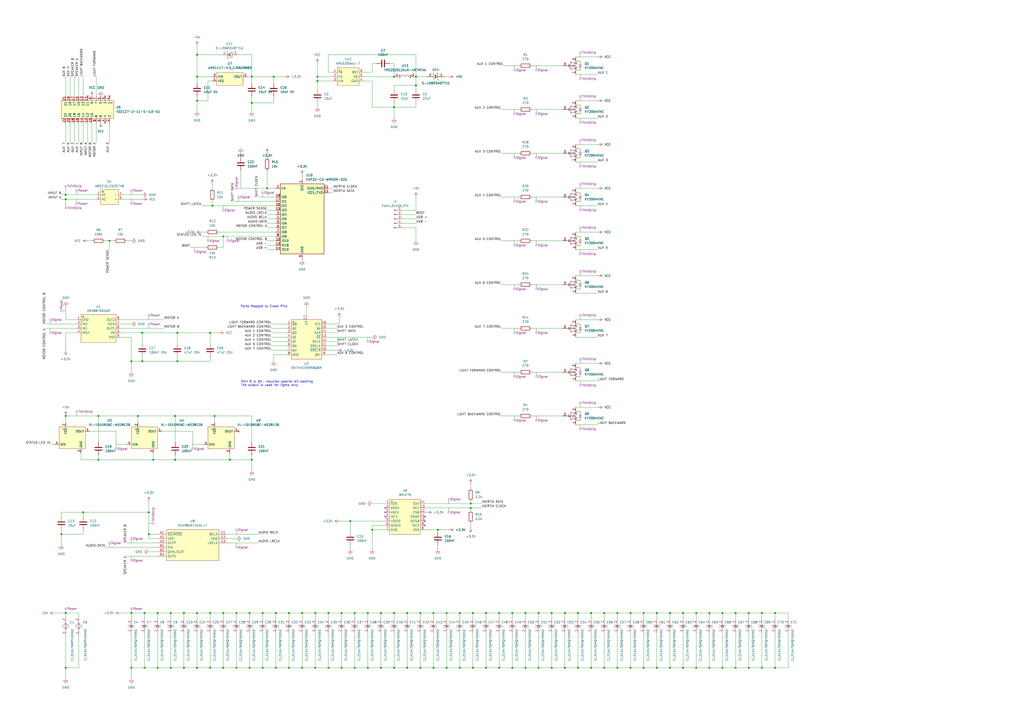
<source format=kicad_sch>
(kicad_sch (version 20231120) (generator "eeschema") (generator_version "8.0")
  (paper "A2")
  (junction (at 184.15 46.99))
  (junction (at 83.82 387.35))
  (junction (at 38.1 115.57))
  (junction (at 342.9 355.6))
  (junction (at 220.98 387.35))
  (junction (at 236.22 355.6))
  (junction (at 281.94 355.6))
  (junction (at 335.28 387.35))
  (junction (at 335.28 355.6))
  (junction (at 449.58 387.35))
  (junction (at 426.72 355.6))
  (junction (at 137.16 387.35))
  (junction (at 396.24 387.35))
  (junction (at 182.88 387.35))
  (junction (at 123.19 119.38))
  (junction (at 160.02 355.6))
  (junction (at 106.68 355.6))
  (junction (at 57.15 241.3))
  (junction (at 320.04 387.35))
  (junction (at 228.6 387.35))
  (junction (at 175.26 355.6))
  (junction (at 388.62 355.6))
  (junction (at 228.6 355.6))
  (junction (at 274.32 387.35))
  (junction (at 434.34 355.6))
  (junction (at 144.78 355.6))
  (junction (at 146.05 44.45))
  (junction (at 124.46 241.3))
  (junction (at 281.94 387.35))
  (junction (at 198.12 355.6))
  (junction (at 388.62 387.35))
  (junction (at 129.54 137.16))
  (junction (at 297.18 355.6))
  (junction (at 215.9 307.34))
  (junction (at 312.42 387.35))
  (junction (at 365.76 387.35))
  (junction (at 205.74 355.6))
  (junction (at 182.88 355.6))
  (junction (at 184.15 44.45))
  (junction (at 137.16 355.6))
  (junction (at 289.56 387.35))
  (junction (at 228.6 62.23))
  (junction (at 241.3 49.53))
  (junction (at 441.96 355.6))
  (junction (at 175.26 387.35))
  (junction (at 76.2 209.55))
  (junction (at 57.15 266.7))
  (junction (at 373.38 387.35))
  (junction (at 273.05 294.64))
  (junction (at 441.96 387.35))
  (junction (at 358.14 355.6))
  (junction (at 342.9 387.35))
  (junction (at 403.86 355.6))
  (junction (at 144.78 387.35))
  (junction (at 320.04 355.6))
  (junction (at 86.36 309.88))
  (junction (at 114.3 355.6))
  (junction (at 198.12 387.35))
  (junction (at 220.98 355.6))
  (junction (at 411.48 355.6))
  (junction (at 154.94 109.22))
  (junction (at 203.2 302.26))
  (junction (at 101.6 241.3))
  (junction (at 434.34 387.35))
  (junction (at 102.87 193.04))
  (junction (at 152.4 387.35))
  (junction (at 91.44 355.6))
  (junction (at 82.55 209.55))
  (junction (at 365.76 355.6))
  (junction (at 160.02 387.35))
  (junction (at 121.92 387.35))
  (junction (at 167.64 387.35))
  (junction (at 243.84 387.35))
  (junction (at 83.82 355.6))
  (junction (at 381 355.6))
  (junction (at 236.22 387.35))
  (junction (at 76.2 355.6))
  (junction (at 259.08 355.6))
  (junction (at 167.64 355.6))
  (junction (at 213.36 387.35))
  (junction (at 266.7 355.6))
  (junction (at 158.75 44.45))
  (junction (at 38.1 387.35))
  (junction (at 350.52 387.35))
  (junction (at 190.5 355.6))
  (junction (at 327.66 355.6))
  (junction (at 273.05 292.1))
  (junction (at 297.18 387.35))
  (junction (at 91.44 387.35))
  (junction (at 76.2 387.35))
  (junction (at 106.68 387.35))
  (junction (at 99.06 355.6))
  (junction (at 274.32 355.6))
  (junction (at 129.54 355.6))
  (junction (at 146.05 266.7))
  (junction (at 121.92 193.04))
  (junction (at 114.3 31.75))
  (junction (at 251.46 355.6))
  (junction (at 133.35 266.7))
  (junction (at 63.5 139.7))
  (junction (at 304.8 387.35))
  (junction (at 373.38 355.6))
  (junction (at 259.08 387.35))
  (junction (at 228.6 44.45))
  (junction (at 411.48 387.35))
  (junction (at 266.7 387.35))
  (junction (at 243.84 355.6))
  (junction (at 381 387.35))
  (junction (at 190.5 387.35))
  (junction (at 88.9 266.7))
  (junction (at 38.1 113.03))
  (junction (at 419.1 387.35))
  (junction (at 152.4 355.6))
  (junction (at 114.3 387.35))
  (junction (at 99.06 387.35))
  (junction (at 254 307.34))
  (junction (at 327.66 387.35))
  (junction (at 449.58 355.6))
  (junction (at 426.72 387.35))
  (junction (at 101.6 266.7))
  (junction (at 35.56 309.88))
  (junction (at 80.01 241.3))
  (junction (at 205.74 387.35))
  (junction (at 213.36 355.6))
  (junction (at 86.36 297.18))
  (junction (at 241.3 44.45))
  (junction (at 48.26 297.18))
  (junction (at 129.54 387.35))
  (junction (at 82.55 193.04))
  (junction (at 289.56 355.6))
  (junction (at 38.1 241.3))
  (junction (at 358.14 387.35))
  (junction (at 251.46 387.35))
  (junction (at 350.52 355.6))
  (junction (at 312.42 355.6))
  (junction (at 304.8 355.6))
  (junction (at 403.86 387.35))
  (junction (at 102.87 209.55))
  (junction (at 38.1 355.6))
  (junction (at 146.05 59.69))
  (junction (at 121.92 355.6))
  (junction (at 114.3 44.45))
  (junction (at 419.1 355.6))
  (junction (at 114.3 58.42))
  (junction (at 396.24 355.6))
  (no_connect (at 50.8 55.88))
  (no_connect (at 223.52 299.72))
  (no_connect (at 246.38 299.72))
  (no_connect (at 60.96 71.12))
  (no_connect (at 223.52 294.64))
  (no_connect (at 223.52 297.18))
  (no_connect (at 138.43 250.19))
  (no_connect (at 246.38 302.26))
  (no_connect (at 63.5 55.88))
  (no_connect (at 60.96 55.88))
  (no_connect (at 246.38 304.8))
  (wire (pts (xy 254 316.23) (xy 254 318.77)))
  (wire (pts (xy 241.3 44.45) (xy 247.65 44.45)))
  (wire (pts (xy 114.3 367.03) (xy 114.3 387.35)))
  (wire (pts (xy 365.76 355.6) (xy 373.38 355.6)))
  (wire (pts (xy 411.48 355.6) (xy 419.1 355.6)))
  (wire (pts (xy 189.23 187.96) (xy 196.85 187.96)))
  (wire (pts (xy 215.9 304.8) (xy 223.52 304.8)))
  (wire (pts (xy 35.56 299.72) (xy 35.56 297.18)))
  (wire (pts (xy 241.3 49.53) (xy 241.3 52.07)))
  (wire (pts (xy 434.34 355.6) (xy 441.96 355.6)))
  (wire (pts (xy 116.84 134.62) (xy 119.38 134.62)))
  (wire (pts (xy 254 307.34) (xy 260.35 307.34)))
  (wire (pts (xy 273.05 303.53) (xy 273.05 306.07)))
  (wire (pts (xy 281.94 355.6) (xy 281.94 359.41)))
  (wire (pts (xy 137.16 355.6) (xy 144.78 355.6)))
  (wire (pts (xy 124.46 241.3) (xy 124.46 245.11)))
  (wire (pts (xy 281.94 355.6) (xy 289.56 355.6)))
  (wire (pts (xy 220.98 367.03) (xy 220.98 387.35)))
  (wire (pts (xy 403.86 355.6) (xy 403.86 359.41)))
  (wire (pts (xy 48.26 71.12) (xy 48.26 82.55)))
  (wire (pts (xy 449.58 367.03) (xy 449.58 387.35)))
  (wire (pts (xy 48.26 309.88) (xy 35.56 309.88)))
  (wire (pts (xy 243.84 355.6) (xy 251.46 355.6)))
  (wire (pts (xy 137.16 355.6) (xy 137.16 359.41)))
  (wire (pts (xy 167.64 387.35) (xy 175.26 387.35)))
  (wire (pts (xy 358.14 355.6) (xy 365.76 355.6)))
  (wire (pts (xy 365.76 355.6) (xy 365.76 359.41)))
  (wire (pts (xy 388.62 387.35) (xy 396.24 387.35)))
  (wire (pts (xy 144.78 355.6) (xy 152.4 355.6)))
  (wire (pts (xy 246.38 292.1) (xy 273.05 292.1)))
  (wire (pts (xy 73.66 314.96) (xy 91.44 314.96)))
  (wire (pts (xy 102.87 207.01) (xy 102.87 209.55)))
  (wire (pts (xy 273.05 280.67) (xy 273.05 283.21)))
  (wire (pts (xy 160.02 387.35) (xy 167.64 387.35)))
  (wire (pts (xy 167.64 355.6) (xy 167.64 359.41)))
  (wire (pts (xy 213.36 355.6) (xy 213.36 359.41)))
  (wire (pts (xy 411.48 355.6) (xy 411.48 359.41)))
  (wire (pts (xy 189.23 205.74) (xy 195.58 205.74)))
  (wire (pts (xy 139.7 109.22) (xy 154.94 109.22)))
  (wire (pts (xy 233.68 132.08) (xy 241.3 132.08)))
  (wire (pts (xy 334.01 170.18) (xy 346.71 170.18)))
  (wire (pts (xy 132.08 309.88) (xy 149.86 309.88)))
  (wire (pts (xy 274.32 367.03) (xy 274.32 387.35)))
  (wire (pts (xy 157.48 203.2) (xy 166.37 203.2)))
  (wire (pts (xy 123.19 106.68) (xy 123.19 109.22)))
  (wire (pts (xy 281.94 387.35) (xy 289.56 387.35)))
  (wire (pts (xy 350.52 355.6) (xy 358.14 355.6)))
  (wire (pts (xy 334.01 68.58) (xy 346.71 68.58)))
  (wire (pts (xy 86.36 297.18) (xy 86.36 309.88)))
  (wire (pts (xy 290.83 88.9) (xy 300.99 88.9)))
  (wire (pts (xy 69.85 193.04) (xy 82.55 193.04)))
  (wire (pts (xy 308.61 88.9) (xy 326.39 88.9)))
  (wire (pts (xy 218.44 36.83) (xy 215.9 36.83)))
  (wire (pts (xy 82.55 207.01) (xy 82.55 209.55)))
  (wire (pts (xy 29.21 257.81) (xy 31.75 257.81)))
  (wire (pts (xy 38.1 355.6) (xy 45.72 355.6)))
  (wire (pts (xy 69.85 187.96) (xy 76.2 187.96)))
  (wire (pts (xy 55.88 82.55) (xy 55.88 71.12)))
  (wire (pts (xy 154.94 132.08) (xy 160.02 132.08)))
  (wire (pts (xy 63.5 139.7) (xy 60.96 139.7)))
  (wire (pts (xy 154.94 121.92) (xy 160.02 121.92)))
  (wire (pts (xy 35.56 115.57) (xy 38.1 115.57)))
  (wire (pts (xy 63.5 139.7) (xy 66.04 139.7)))
  (wire (pts (xy 182.88 355.6) (xy 190.5 355.6)))
  (wire (pts (xy 251.46 387.35) (xy 259.08 387.35)))
  (wire (pts (xy 152.4 355.6) (xy 160.02 355.6)))
  (wire (pts (xy 38.1 387.35) (xy 38.1 393.7)))
  (wire (pts (xy 86.36 320.04) (xy 91.44 320.04)))
  (wire (pts (xy 152.4 387.35) (xy 160.02 387.35)))
  (wire (pts (xy 129.54 137.16) (xy 160.02 137.16)))
  (wire (pts (xy 334.01 43.18) (xy 346.71 43.18)))
  (wire (pts (xy 274.32 355.6) (xy 281.94 355.6)))
  (wire (pts (xy 101.6 264.16) (xy 101.6 266.7)))
  (wire (pts (xy 189.23 200.66) (xy 195.58 200.66)))
  (wire (pts (xy 190.5 355.6) (xy 198.12 355.6)))
  (wire (pts (xy 152.4 367.03) (xy 152.4 387.35)))
  (wire (pts (xy 121.92 209.55) (xy 102.87 209.55)))
  (wire (pts (xy 144.78 355.6) (xy 144.78 359.41)))
  (wire (pts (xy 114.3 31.75) (xy 114.3 44.45)))
  (wire (pts (xy 139.7 99.06) (xy 139.7 109.22)))
  (wire (pts (xy 441.96 355.6) (xy 441.96 359.41)))
  (wire (pts (xy 48.26 297.18) (xy 86.36 297.18)))
  (wire (pts (xy 152.4 355.6) (xy 152.4 359.41)))
  (wire (pts (xy 157.48 198.12) (xy 166.37 198.12)))
  (wire (pts (xy 160.02 355.6) (xy 167.64 355.6)))
  (wire (pts (xy 241.3 62.23) (xy 228.6 62.23)))
  (wire (pts (xy 182.88 367.03) (xy 182.88 387.35)))
  (wire (pts (xy 215.9 41.91) (xy 210.82 41.91)))
  (wire (pts (xy 190.5 109.22) (xy 193.04 109.22)))
  (wire (pts (xy 411.48 367.03) (xy 411.48 387.35)))
  (wire (pts (xy 290.83 165.1) (xy 300.99 165.1)))
  (wire (pts (xy 26.67 190.5) (xy 44.45 190.5)))
  (wire (pts (xy 146.05 264.16) (xy 146.05 266.7)))
  (wire (pts (xy 350.52 355.6) (xy 350.52 359.41)))
  (wire (pts (xy 129.54 355.6) (xy 129.54 359.41)))
  (wire (pts (xy 80.01 241.3) (xy 101.6 241.3)))
  (wire (pts (xy 38.1 177.8) (xy 38.1 185.42)))
  (wire (pts (xy 144.78 387.35) (xy 152.4 387.35)))
  (wire (pts (xy 246.38 307.34) (xy 254 307.34)))
  (wire (pts (xy 396.24 367.03) (xy 396.24 387.35)))
  (wire (pts (xy 135.89 116.84) (xy 160.02 116.84)))
  (wire (pts (xy 236.22 367.03) (xy 236.22 387.35)))
  (wire (pts (xy 38.1 387.35) (xy 45.72 387.35)))
  (wire (pts (xy 189.23 195.58) (xy 215.9 195.58)))
  (wire (pts (xy 123.19 116.84) (xy 123.19 119.38)))
  (wire (pts (xy 86.36 297.18) (xy 86.36 290.83)))
  (wire (pts (xy 426.72 367.03) (xy 426.72 387.35)))
  (wire (pts (xy 57.15 264.16) (xy 57.15 266.7)))
  (wire (pts (xy 297.18 355.6) (xy 297.18 359.41)))
  (wire (pts (xy 259.08 355.6) (xy 259.08 359.41)))
  (wire (pts (xy 76.2 195.58) (xy 69.85 195.58)))
  (wire (pts (xy 334.01 220.98) (xy 346.71 220.98)))
  (wire (pts (xy 175.26 355.6) (xy 175.26 359.41)))
  (wire (pts (xy 60.96 317.5) (xy 91.44 317.5)))
  (wire (pts (xy 121.92 387.35) (xy 129.54 387.35)))
  (wire (pts (xy 266.7 355.6) (xy 274.32 355.6)))
  (wire (pts (xy 38.1 355.6) (xy 38.1 358.14)))
  (wire (pts (xy 35.56 307.34) (xy 35.56 309.88)))
  (wire (pts (xy 101.6 241.3) (xy 124.46 241.3)))
  (wire (pts (xy 441.96 355.6) (xy 449.58 355.6)))
  (wire (pts (xy 127 143.51) (xy 129.54 143.51)))
  (wire (pts (xy 184.15 46.99) (xy 193.04 46.99)))
  (wire (pts (xy 403.86 387.35) (xy 411.48 387.35)))
  (wire (pts (xy 83.82 367.03) (xy 83.82 387.35)))
  (wire (pts (xy 434.34 387.35) (xy 441.96 387.35)))
  (wire (pts (xy 297.18 367.03) (xy 297.18 387.35)))
  (wire (pts (xy 144.78 367.03) (xy 144.78 387.35)))
  (wire (pts (xy 259.08 367.03) (xy 259.08 387.35)))
  (wire (pts (xy 251.46 367.03) (xy 251.46 387.35)))
  (wire (pts (xy 373.38 355.6) (xy 381 355.6)))
  (wire (pts (xy 419.1 387.35) (xy 426.72 387.35)))
  (wire (pts (xy 373.38 355.6) (xy 373.38 359.41)))
  (wire (pts (xy 396.24 387.35) (xy 403.86 387.35)))
  (wire (pts (xy 82.55 113.03) (xy 71.12 113.03)))
  (wire (pts (xy 121.92 193.04) (xy 127 193.04)))
  (wire (pts (xy 43.18 71.12) (xy 43.18 82.55)))
  (wire (pts (xy 241.3 44.45) (xy 241.3 49.53)))
  (wire (pts (xy 132.08 314.96) (xy 149.86 314.96)))
  (wire (pts (xy 101.6 266.7) (xy 133.35 266.7)))
  (wire (pts (xy 114.3 58.42) (xy 120.65 58.42)))
  (wire (pts (xy 50.8 139.7) (xy 53.34 139.7)))
  (wire (pts (xy 228.6 44.45) (xy 229.87 44.45)))
  (wire (pts (xy 215.9 292.1) (xy 223.52 292.1)))
  (wire (pts (xy 304.8 387.35) (xy 312.42 387.35)))
  (wire (pts (xy 203.2 302.26) (xy 223.52 302.26)))
  (wire (pts (xy 457.2 355.6) (xy 457.2 359.41)))
  (wire (pts (xy 334.01 134.62) (xy 346.71 134.62)))
  (wire (pts (xy 335.28 355.6) (xy 342.9 355.6)))
  (wire (pts (xy 236.22 355.6) (xy 236.22 359.41)))
  (wire (pts (xy 82.55 115.57) (xy 71.12 115.57)))
  (wire (pts (xy 289.56 355.6) (xy 289.56 359.41)))
  (wire (pts (xy 167.64 355.6) (xy 175.26 355.6)))
  (wire (pts (xy 40.64 44.45) (xy 40.64 55.88)))
  (wire (pts (xy 334.01 58.42) (xy 346.71 58.42)))
  (wire (pts (xy 101.6 266.7) (xy 88.9 266.7)))
  (wire (pts (xy 43.18 44.45) (xy 43.18 55.88)))
  (wire (pts (xy 38.1 115.57) (xy 55.88 115.57)))
  (wire (pts (xy 129.54 387.35) (xy 137.16 387.35)))
  (wire (pts (xy 290.83 190.5) (xy 300.99 190.5)))
  (wire (pts (xy 233.68 129.54) (xy 241.3 129.54)))
  (wire (pts (xy 129.54 367.03) (xy 129.54 387.35)))
  (wire (pts (xy 426.72 355.6) (xy 434.34 355.6)))
  (wire (pts (xy 146.05 44.45) (xy 158.75 44.45)))
  (wire (pts (xy 213.36 387.35) (xy 220.98 387.35)))
  (wire (pts (xy 114.3 44.45) (xy 123.19 44.45)))
  (wire (pts (xy 251.46 355.6) (xy 251.46 359.41)))
  (wire (pts (xy 259.08 355.6) (xy 266.7 355.6)))
  (wire (pts (xy 308.61 139.7) (xy 326.39 139.7)))
  (wire (pts (xy 45.72 44.45) (xy 45.72 55.88)))
  (wire (pts (xy 241.3 132.08) (xy 241.3 139.7)))
  (wire (pts (xy 308.61 114.3) (xy 326.39 114.3)))
  (wire (pts (xy 259.08 387.35) (xy 266.7 387.35)))
  (wire (pts (xy 38.1 193.04) (xy 44.45 193.04)))
  (wire (pts (xy 67.31 257.81) (xy 73.66 257.81)))
  (wire (pts (xy 190.5 41.91) (xy 190.5 31.75)))
  (wire (pts (xy 215.9 307.34) (xy 223.52 307.34)))
  (wire (pts (xy 246.38 297.18) (xy 247.65 297.18)))
  (wire (pts (xy 274.32 355.6) (xy 274.32 359.41)))
  (wire (pts (xy 198.12 355.6) (xy 205.74 355.6)))
  (wire (pts (xy 396.24 355.6) (xy 396.24 359.41)))
  (wire (pts (xy 69.85 190.5) (xy 95.25 190.5)))
  (wire (pts (xy 327.66 355.6) (xy 335.28 355.6)))
  (wire (pts (xy 289.56 387.35) (xy 297.18 387.35)))
  (wire (pts (xy 83.82 387.35) (xy 91.44 387.35)))
  (wire (pts (xy 205.74 355.6) (xy 213.36 355.6)))
  (wire (pts (xy 373.38 387.35) (xy 381 387.35)))
  (wire (pts (xy 123.19 46.99) (xy 120.65 46.99)))
  (wire (pts (xy 236.22 355.6) (xy 243.84 355.6)))
  (wire (pts (xy 82.55 193.04) (xy 82.55 199.39)))
  (wire (pts (xy 411.48 387.35) (xy 419.1 387.35)))
  (wire (pts (xy 334.01 246.38) (xy 346.71 246.38)))
  (wire (pts (xy 157.48 193.04) (xy 166.37 193.04)))
  (wire (pts (xy 320.04 387.35) (xy 327.66 387.35)))
  (wire (pts (xy 342.9 355.6) (xy 350.52 355.6)))
  (wire (pts (xy 154.94 88.9) (xy 154.94 91.44)))
  (wire (pts (xy 441.96 387.35) (xy 449.58 387.35)))
  (wire (pts (xy 388.62 355.6) (xy 396.24 355.6)))
  (wire (pts (xy 205.74 355.6) (xy 205.74 359.41)))
  (wire (pts (xy 335.28 387.35) (xy 342.9 387.35)))
  (wire (pts (xy 91.44 312.42) (xy 86.36 312.42)))
  (wire (pts (xy 241.3 121.92) (xy 241.3 114.3)))
  (wire (pts (xy 419.1 367.03) (xy 419.1 387.35)))
  (wire (pts (xy 190.5 31.75) (xy 241.3 31.75)))
  (wire (pts (xy 154.94 127) (xy 160.02 127)))
  (wire (pts (xy 449.58 387.35) (xy 457.2 387.35)))
  (wire (pts (xy 312.42 355.6) (xy 312.42 359.41)))
  (wire (pts (xy 449.58 355.6) (xy 449.58 359.41)))
  (wire (pts (xy 335.28 355.6) (xy 335.28 359.41)))
  (wire (pts (xy 243.84 387.35) (xy 251.46 387.35)))
  (wire (pts (xy 403.86 355.6) (xy 411.48 355.6)))
  (wire (pts (xy 190.5 367.03) (xy 190.5 387.35)))
  (wire (pts (xy 175.26 367.03) (xy 175.26 387.35)))
  (wire (pts (xy 121.92 207.01) (xy 121.92 209.55)))
  (wire (pts (xy 146.05 266.7) (xy 146.05 273.05)))
  (wire (pts (xy 57.15 266.7) (xy 46.99 266.7)))
  (wire (pts (xy 102.87 193.04) (xy 121.92 193.04)))
  (wire (pts (xy 175.26 355.6) (xy 182.88 355.6)))
  (wire (pts (xy 189.23 203.2) (xy 195.58 203.2)))
  (wire (pts (xy 154.94 142.24) (xy 160.02 142.24)))
  (wire (pts (xy 312.42 387.35) (xy 320.04 387.35)))
  (wire (pts (xy 273.05 294.64) (xy 279.4 294.64)))
  (wire (pts (xy 190.5 355.6) (xy 190.5 359.41)))
  (wire (pts (xy 290.83 215.9) (xy 300.99 215.9)))
  (wire (pts (xy 350.52 367.03) (xy 350.52 387.35)))
  (wire (pts (xy 308.61 63.5) (xy 326.39 63.5)))
  (wire (pts (xy 102.87 193.04) (xy 102.87 199.39)))
  (wire (pts (xy 228.6 52.07) (xy 228.6 49.53)))
  (wire (pts (xy 91.44 355.6) (xy 99.06 355.6)))
  (wire (pts (xy 114.3 31.75) (xy 128.27 31.75)))
  (wire (pts (xy 146.05 256.54) (xy 146.05 241.3)))
  (wire (pts (xy 273.05 294.64) (xy 273.05 295.91)))
  (wire (pts (xy 334.01 109.22) (xy 346.71 109.22)))
  (wire (pts (xy 154.94 109.22) (xy 160.02 109.22)))
  (wire (pts (xy 111.76 250.19) (xy 111.76 257.81)))
  (wire (pts (xy 99.06 355.6) (xy 99.06 359.41)))
  (wire (pts (xy 381 367.03) (xy 381 387.35)))
  (wire (pts (xy 297.18 387.35) (xy 304.8 387.35)))
  (wire (pts (xy 426.72 355.6) (xy 426.72 359.41)))
  (wire (pts (xy 228.6 355.6) (xy 236.22 355.6)))
  (wire (pts (xy 308.61 38.1) (xy 326.39 38.1)))
  (wire (pts (xy 215.9 46.99) (xy 215.9 62.23)))
  (wire (pts (xy 210.82 46.99) (xy 215.9 46.99)))
  (wire (pts (xy 342.9 387.35) (xy 350.52 387.35)))
  (wire (pts (xy 38.1 185.42) (xy 44.45 185.42)))
  (wire (pts (xy 175.26 151.13) (xy 175.26 149.86)))
  (wire (pts (xy 220.98 355.6) (xy 228.6 355.6)))
  (wire (pts (xy 304.8 355.6) (xy 312.42 355.6)))
  (wire (pts (xy 215.9 62.23) (xy 228.6 62.23)))
  (wire (pts (xy 80.01 241.3) (xy 80.01 245.11)))
  (wire (pts (xy 175.26 387.35) (xy 182.88 387.35)))
  (wire (pts (xy 45.72 71.12) (xy 45.72 82.55)))
  (wire (pts (xy 73.66 322.58) (xy 91.44 322.58)))
  (wire (pts (xy 157.48 190.5) (xy 166.37 190.5)))
  (wire (pts (xy 290.83 63.5) (xy 300.99 63.5)))
  (wire (pts (xy 365.76 387.35) (xy 373.38 387.35)))
  (wire (pts (xy 158.75 44.45) (xy 158.75 48.26)))
  (wire (pts (xy 46.99 262.89) (xy 46.99 266.7)))
  (wire (pts (xy 121.92 355.6) (xy 129.54 355.6)))
  (wire (pts (xy 243.84 367.03) (xy 243.84 387.35)))
  (wire (pts (xy 158.75 55.88) (xy 158.75 59.69)))
  (wire (pts (xy 189.23 198.12) (xy 195.58 198.12)))
  (wire (pts (xy 57.15 256.54) (xy 57.15 241.3)))
  (wire (pts (xy 266.7 355.6) (xy 266.7 359.41)))
  (wire (pts (xy 38.1 71.12) (xy 38.1 82.55)))
  (wire (pts (xy 457.2 367.03) (xy 457.2 387.35)))
  (wire (pts (xy 273.05 292.1) (xy 279.4 292.1)))
  (wire (pts (xy 91.44 355.6) (xy 91.44 359.41)))
  (wire (pts (xy 114.3 387.35) (xy 121.92 387.35)))
  (wire (pts (xy 93.98 250.19) (xy 111.76 250.19)))
  (wire (pts (xy 419.1 355.6) (xy 426.72 355.6)))
  (wire (pts (xy 114.3 44.45) (xy 114.3 48.26)))
  (wire (pts (xy 57.15 266.7) (xy 88.9 266.7)))
  (wire (pts (xy 167.64 367.03) (xy 167.64 387.35)))
  (wire (pts (xy 146.05 44.45) (xy 146.05 48.26)))
  (wire (pts (xy 99.06 387.35) (xy 106.68 387.35)))
  (wire (pts (xy 38.1 110.49) (xy 38.1 113.03)))
  (wire (pts (xy 175.26 101.6) (xy 175.26 104.14)))
  (wire (pts (xy 83.82 355.6) (xy 91.44 355.6)))
  (wire (pts (xy 101.6 256.54) (xy 101.6 241.3)))
  (wire (pts (xy 82.55 209.55) (xy 76.2 209.55)))
  (wire (pts (xy 184.15 52.07) (xy 184.15 46.99)))
  (wire (pts (xy 137.16 367.03) (xy 137.16 387.35)))
  (wire (pts (xy 182.88 355.6) (xy 182.88 359.41)))
  (wire (pts (xy 106.68 387.35) (xy 114.3 387.35)))
  (wire (pts (xy 83.82 355.6) (xy 83.82 359.41)))
  (wire (pts (xy 35.56 309.88) (xy 35.56 316.23)))
  (wire (pts (xy 184.15 44.45) (xy 193.04 44.45)))
  (wire (pts (xy 381 355.6) (xy 388.62 355.6)))
  (wire (pts (xy 266.7 367.03) (xy 266.7 387.35)))
  (wire (pts (xy 358.14 355.6) (xy 358.14 359.41)))
  (wire (pts (xy 133.35 262.89) (xy 133.35 266.7)))
  (wire (pts (xy 63.5 139.7) (xy 63.5 144.78)))
  (wire (pts (xy 63.5 82.55) (xy 63.5 71.12)))
  (wire (pts (xy 241.3 31.75) (xy 241.3 44.45)))
  (wire (pts (xy 114.3 355.6) (xy 114.3 359.41)))
  (wire (pts (xy 292.1 38.1) (xy 300.99 38.1)))
  (wire (pts (xy 228.6 62.23) (xy 228.6 68.58)))
  (wire (pts (xy 114.3 355.6) (xy 121.92 355.6)))
  (wire (pts (xy 193.04 41.91) (xy 190.5 41.91)))
  (wire (pts (xy 146.05 59.69) (xy 158.75 59.69)))
  (wire (pts (xy 154.94 144.78) (xy 160.02 144.78)))
  (wire (pts (xy 297.18 355.6) (xy 304.8 355.6)))
  (wire (pts (xy 57.15 241.3) (xy 80.01 241.3)))
  (wire (pts (xy 335.28 367.03) (xy 335.28 387.35)))
  (wire (pts (xy 205.74 367.03) (xy 205.74 387.35)))
  (wire (pts (xy 91.44 387.35) (xy 99.06 387.35)))
  (wire (pts (xy 45.72 387.35) (xy 45.72 368.3)))
  (wire (pts (xy 449.58 355.6) (xy 457.2 355.6)))
  (wire (pts (xy 143.51 44.45) (xy 146.05 44.45)))
  (wire (pts (xy 158.75 209.55) (xy 158.75 205.74)))
  (wire (pts (xy 38.1 241.3) (xy 38.1 245.11)))
  (wire (pts (xy 138.43 31.75) (xy 146.05 31.75)))
  (wire (pts (xy 441.96 367.03) (xy 441.96 387.35)))
  (wire (pts (xy 308.61 215.9) (xy 326.39 215.9)))
  (wire (pts (xy 184.15 36.83) (xy 184.15 44.45)))
  (wire (pts (xy 308.61 241.3) (xy 326.39 241.3)))
  (wire (pts (xy 157.48 200.66) (xy 166.37 200.66)))
  (wire (pts (xy 121.92 193.04) (xy 121.92 199.39)))
  (wire (pts (xy 241.3 59.69) (xy 241.3 62.23)))
  (wire (pts (xy 184.15 59.69) (xy 184.15 62.23)))
  (wire (pts (xy 308.61 165.1) (xy 326.39 165.1)))
  (wire (pts (xy 52.07 250.19) (xy 67.31 250.19)))
  (wire (pts (xy 290.83 241.3) (xy 300.99 241.3)))
  (wire (pts (xy 82.55 193.04) (xy 102.87 193.04)))
  (wire (pts (xy 48.26 44.45) (xy 48.26 55.88)))
  (wire (pts (xy 327.66 367.03) (xy 327.66 387.35)))
  (wire (pts (xy 396.24 355.6) (xy 403.86 355.6)))
  (wire (pts (xy 273.05 290.83) (xy 273.05 292.1)))
  (wire (pts (xy 48.26 297.18) (xy 48.26 299.72)))
  (wire (pts (xy 53.34 82.55) (xy 53.34 71.12)))
  (wire (pts (xy 86.36 309.88) (xy 86.36 312.42)))
  (wire (pts (xy 106.68 355.6) (xy 114.3 355.6)))
  (wire (pts (xy 334.01 185.42) (xy 346.71 185.42)))
  (wire (pts (xy 233.68 121.92) (xy 241.3 121.92)))
  (wire (pts (xy 373.38 367.03) (xy 373.38 387.35)))
  (wire (pts (xy 365.76 367.03) (xy 365.76 387.35)))
  (wire (pts (xy 198.12 367.03) (xy 198.12 387.35)))
  (wire (pts (xy 123.19 119.38) (xy 160.02 119.38)))
  (wire (pts (xy 334.01 210.82) (xy 346.71 210.82)))
  (wire (pts (xy 121.92 355.6) (xy 121.92 359.41)))
  (wire (pts (xy 184.15 46.99) (xy 184.15 44.45)))
  (wire (pts (xy 146.05 59.69) (xy 146.05 64.77)))
  (wire (pts (xy 69.85 355.6) (xy 76.2 355.6)))
  (wire (pts (xy 67.31 250.19) (xy 67.31 257.81)))
  (wire (pts (xy 274.32 387.35) (xy 281.94 387.35)))
  (wire (pts (xy 116.84 137.16) (xy 129.54 137.16)))
  (wire (pts (xy 76.2 387.35) (xy 83.82 387.35)))
  (wire (pts (xy 304.8 355.6) (xy 304.8 359.41)))
  (wire (pts (xy 312.42 355.6) (xy 320.04 355.6)))
  (wire (pts (xy 111.76 257.81) (xy 118.11 257.81)))
  (wire (pts (xy 57.15 241.3) (xy 38.1 241.3)))
  (wire (pts (xy 327.66 387.35) (xy 335.28 387.35)))
  (wire (pts (xy 106.68 367.03) (xy 106.68 387.35)))
  (wire (pts (xy 158.75 44.45) (xy 165.1 44.45)))
  (wire (pts (xy 388.62 355.6) (xy 388.62 359.41)))
  (wire (pts (xy 99.06 367.03) (xy 99.06 387.35)))
  (wire (pts (xy 228.6 355.6) (xy 228.6 359.41)))
  (wire (pts (xy 327.66 355.6) (xy 327.66 359.41)))
  (wire (pts (xy 210.82 44.45) (xy 228.6 44.45)))
  (wire (pts (xy 146.05 55.88) (xy 146.05 59.69)))
  (wire (pts (xy 220.98 387.35) (xy 228.6 387.35)))
  (wire (pts (xy 45.72 355.6) (xy 45.72 358.14)))
  (wire (pts (xy 86.36 309.88) (xy 91.44 309.88)))
  (wire (pts (xy 129.54 137.16) (xy 129.54 143.51)))
  (wire (pts (xy 203.2 316.23) (xy 203.2 318.77)))
  (wire (pts (xy 320.04 367.03) (xy 320.04 387.35)))
  (wire (pts (xy 198.12 387.35) (xy 205.74 387.35)))
  (wire (pts (xy 246.38 294.64) (xy 273.05 294.64)))
  (wire (pts (xy 358.14 367.03) (xy 358.14 387.35)))
  (wire (pts (xy 308.61 190.5) (xy 326.39 190.5)))
  (wire (pts (xy 190.5 387.35) (xy 198.12 387.35)))
  (wire (pts (xy 99.06 355.6) (xy 106.68 355.6)))
  (wire (pts (xy 320.04 355.6) (xy 327.66 355.6)))
  (wire (pts (xy 154.94 124.46) (xy 160.02 124.46)))
  (wire (pts (xy 190.5 111.76) (xy 193.04 111.76)))
  (wire (pts (xy 76.2 367.03) (xy 76.2 387.35)))
  (wire (pts (xy 26.67 187.96) (xy 44.45 187.96)))
  (wire (pts (xy 241.3 44.45) (xy 240.03 44.45)))
  (wire (pts (xy 106.68 355.6) (xy 106.68 359.41)))
  (wire (pts (xy 38.1 203.2) (xy 38.1 193.04)))
  (wire (pts (xy 48.26 307.34) (xy 48.26 309.88)))
  (wire (pts (xy 76.2 355.6) (xy 76.2 359.41)))
  (wire (pts (xy 388.62 367.03) (xy 388.62 387.35)))
  (wire (pts (xy 127 134.62) (xy 160.02 134.62)))
  (wire (pts (xy 213.36 367.03) (xy 213.36 387.35)))
  (wire (pts (xy 91.44 367.03) (xy 91.44 387.35)))
  (wire (pts (xy 334.01 144.78) (xy 346.71 144.78)))
  (wire (pts (xy 220.98 355.6) (xy 220.98 359.41)))
  (wire (pts (xy 403.86 367.03) (xy 403.86 387.35)))
  (wire (pts (xy 114.3 55.88) (xy 114.3 58.42)))
  (wire (pts (xy 139.7 88.9) (xy 139.7 91.44)))
  (wire (pts (xy 157.48 195.58) (xy 166.37 195.58)))
  (wire (pts (xy 196.85 302.26) (xy 203.2 302.26)))
  (wire (pts (xy 213.36 355.6) (xy 220.98 355.6)))
  (wire (pts (xy 381 355.6) (xy 381 359.41)))
  (wire (pts (xy 149.86 114.3) (xy 160.02 114.3)))
  (wire (pts (xy 334.01 160.02) (xy 346.71 160.02)))
  (wire (pts (xy 116.84 119.38) (xy 123.19 119.38)))
  (wire (pts (xy 215.9 36.83) (xy 215.9 41.91)))
  (wire (pts (xy 312.42 367.03) (xy 312.42 387.35)))
  (wire (pts (xy 350.52 387.35) (xy 358.14 387.35)))
  (wire (pts (xy 358.14 387.35) (xy 365.76 387.35)))
  (wire (pts (xy 160.02 355.6) (xy 160.02 359.41)))
  (wire (pts (xy 381 387.35) (xy 388.62 387.35)))
  (wire (pts (xy 146.05 31.75) (xy 146.05 44.45)))
  (wire (pts (xy 334.01 236.22) (xy 346.71 236.22)))
  (wire (pts (xy 226.06 36.83) (xy 228.6 36.83)))
  (wire (pts (xy 251.46 355.6) (xy 259.08 355.6)))
  (wire (pts (xy 215.9 318.77) (xy 215.9 307.34)))
  (wire (pts (xy 228.6 367.03) (xy 228.6 387.35)))
  (wire (pts (xy 121.92 367.03) (xy 121.92 387.35)))
  (wire (pts (xy 182.88 387.35) (xy 190.5 387.35)))
  (wire (pts (xy 228.6 49.53) (xy 241.3 49.53)))
  (wire (pts (xy 38.1 113.03) (xy 55.88 113.03)))
  (wire (pts (xy 233.68 127) (xy 241.3 127)))
  (wire (pts (xy 73.66 139.7) (xy 76.2 139.7)))
  (wire (pts (xy 290.83 139.7) (xy 300.99 139.7)))
  (wire (pts (xy 233.68 124.46) (xy 241.3 124.46)))
  (wire (pts (xy 154.94 99.06) (xy 154.94 109.22)))
  (wire (pts (xy 35.56 113.03) (xy 38.1 113.03)))
  (wire (pts (xy 38.1 44.45) (xy 38.1 55.88)))
  (wire (pts (xy 76.2 387.35) (xy 76.2 393.7)))
  (wire (pts (xy 281.94 367.03) (xy 281.94 387.35)))
  (wire (pts (xy 189.23 190.5) (xy 195.58 190.5)))
  (wire (pts (xy 76.2 209.55) (xy 76.2 195.58)))
  (wire (pts (xy 69.85 185.42) (xy 95.25 185.42)))
  (wire (pts (xy 215.9 307.34) (xy 215.9 304.8)))
  (wire (pts (xy 120.65 46.99) (xy 120.65 58.42)))
  (wire (pts (xy 228.6 59.69) (xy 228.6 62.23)))
  (wire (pts (xy 177.8 177.8) (xy 177.8 182.88)))
  (wire (pts (xy 157.48 187.96) (xy 166.37 187.96)))
  (wire (pts (xy 31.75 355.6) (xy 38.1 355.6)))
  (wire (pts (xy 334.01 33.02) (xy 346.71 33.02)))
  (wire (pts (xy 290.83 114.3) (xy 300.99 114.3)))
  (wire (pts (xy 129.54 355.6) (xy 137.16 355.6)))
  (wire (pts (xy 257.81 44.45) (xy 260.35 44.45)))
  (wire (pts (xy 110.49 143.51) (xy 119.38 143.51)))
  (wire (pts (xy 124.46 241.3) (xy 146.05 241.3)))
  (wire (pts (xy 154.94 139.7) (xy 160.02 139.7)))
  (wire (pts (xy 189.23 193.04) (xy 195.58 193.04)))
  (wire (pts (xy 203.2 302.26) (xy 203.2 308.61)))
  (wire (pts (xy 434.34 367.03) (xy 434.34 387.35)))
  (wire (pts (xy 132.08 312.42) (xy 137.16 312.42)))
  (wire (pts (xy 289.56 355.6) (xy 297.18 355.6)))
  (wire (pts (xy 196.85 187.96) (xy 196.85 184.15)))
  (wire (pts (xy 137.16 387.35) (xy 144.78 387.35)))
  (wire (pts (xy 320.04 355.6) (xy 320.04 359.41)))
  (wire (pts (xy 342.9 367.03) (xy 342.9 387.35)))
  (wire (pts (xy 198.12 355.6) (xy 198.12 359.41)))
  (wire (pts (xy 228.6 36.83) (xy 228.6 44.45)))
  (wire (pts (xy 266.7 387.35) (xy 274.32 387.35)))
  (wire (pts (xy 35.56 297.18) (xy 48.26 297.18)))
  (wire (pts (xy 254 308.61) (xy 254 307.34)))
  (wire (pts (xy 114.3 26.67) (xy 114.3 31.75)))
  (wire (pts (xy 160.02 367.03) (xy 160.02 387.35)))
  (wire (pts (xy 38.1 118.11) (xy 38.1 115.57)))
  (wire (pts (xy 342.9 355.6) (xy 342.9 359.41)))
  (wire (pts (xy 426.72 387.35) (xy 434.34 387.35)))
  (wire (pts (xy 50.8 71.12) (xy 50.8 82.55)))
  (wire (pts (xy 82.55 209.55) (xy 102.87 209.55)))
  (wire (pts (xy 334.01 93.98) (xy 346.71 93.98)))
  (wire (pts (xy 334.01 195.58) (xy 346.71 195.58)))
  (wire (pts (xy 158.75 205.74) (xy 166.37 205.74)))
  (wire (pts (xy 76.2 215.9) (xy 76.2 209.55)))
  (wire (pts (xy 154.94 129.54) (xy 160.02 129.54)))
  (wire (pts (xy 334.01 83.82) (xy 346.71 83.82)))
  (wire (pts (xy 205.74 387.35) (xy 213.36 387.35)))
  (wire (pts (xy 55.88 44.45) (xy 55.88 55.88)))
  (wire (pts (xy 243.84 355.6) (xy 243.84 359.41)))
  (wire (pts (xy 236.22 387.35) (xy 243.84 387.35)))
  (wire (pts (xy 304.8 367.03) (xy 304.8 387.35)))
  (wire (pts (xy 228.6 387.35) (xy 236.22 387.35)))
  (wire (pts (xy 38.1 368.3) (xy 38.1 387.35)))
  (wire (pts (xy 88.9 262.89) (xy 88.9 266.7)))
  (wire (pts (xy 434.34 355.6) (xy 434.34 359.41)))
  (wire (pts (xy 114.3 58.42) (xy 114.3 64.77)))
  (wire (pts (xy 419.1 355.6) (xy 419.1 359.41)))
  (wire (pts (xy 289.56 367.03) (xy 289.56 387.35)))
  (wire (pts (xy 40.64 71.12) (xy 40.64 82.55)))
  (wire (pts (xy 133.35 266.7) (xy 146.05 266.7)))
  (wire (pts (xy 76.2 355.6) (xy 83.82 355.6)))
  (wire (pts (xy 334.01 119.38) (xy 346.71 119.38)))
  (text "Ports Mapped to Close Pins" (at 139.446 177.8 0) (effects (font (size 1.27 1.27)) (justify left)))
  (text "Port 9 is QH', requires special bit bashing\nThe output is used for lights only" (at 139.7 222.504 0) (effects (font (size 1.27 1.27)) (justify left)))
  (label "USB +" (at 154.94 144.78 180))
  (label "LIGHT BACKWARD" (at 346.71 246.38 0))
  (label "POWER SENSE" (at 63.5 144.78 270))
  (label "LIGHT FORWARD" (at 55.88 44.45 90))
  (label "AUX 2" (at 346.71 68.58 0))
  (label "AUX 5 CONTROL" (at 290.83 139.7 180))
  (label "AUX 4 CONTROL" (at 157.48 198.12 180))
  (label "AUX 1" (at 45.72 82.55 270))
  (label "LIGHT BACKWARD CONTROL" (at 290.83 241.3 180))
  (label "AUX 4" (at 40.64 44.45 90))
  (label "AUX 4 CONTROL" (at 290.83 114.3 180))
  (label "AUX 3 CONTROL" (at 290.83 88.9 180))
  (label "BOOT" (at 110.49 143.51 180))
  (label "MOTOR B" (at 53.34 82.55 270))
  (label "AUX 6 CONTROL" (at 195.58 205.74 0))
  (label "AUX 2 CONTROL" (at 157.48 195.58 180))
  (label "MOTOR A" (at 55.88 82.55 270))
  (label "INERTIA CLOCK" (at 193.04 109.22 0))
  (label "AUX 1 CONTROL" (at 157.48 193.04 180))
  (label "AUX 6" (at 38.1 44.45 90))
  (label "INPUT A" (at 35.56 115.57 180))
  (label "AUX 2 CONTROL" (at 290.83 63.5 180))
  (label "AUDIO BCLK" (at 149.86 309.88 0))
  (label "LIGHT FORWARD CONTROL" (at 157.48 187.96 180))
  (label "AUX 7 CONTROL" (at 290.83 190.5 180))
  (label "AUX 3 CONTROL" (at 195.58 190.5 0))
  (label "INPUT B" (at 48.26 82.55 270))
  (label "AUDIO LRCLK" (at 149.86 314.96 0))
  (label "POWER SENSE" (at 154.94 121.92 180))
  (label "SPEAKER A" (at 45.72 44.45 90))
  (label "AUX 6" (at 346.71 170.18 0))
  (label "AUX 6 CONTROL" (at 290.83 165.1 180))
  (label "AUX 1" (at 346.71 43.18 0))
  (label "LIGHT FORWARD" (at 346.71 220.98 0))
  (label "STATUS LED IN" (at 29.21 257.81 180))
  (label "SHIFT CLOCK" (at 195.58 200.66 0))
  (label "AUX 4" (at 346.71 119.38 0))
  (label "LIGHT BACKWARD" (at 48.26 44.45 90))
  (label "LIGHT FORWARD CONTROL" (at 290.83 215.9 180))
  (label "AUX 5" (at 346.71 144.78 0))
  (label "AUX 7" (at 38.1 82.55 270))
  (label "BOOT" (at 241.3 124.46 0))
  (label "SHIFT LATCH" (at 116.84 119.38 180))
  (label "MOTOR CONTROL A" (at 26.67 190.5 270))
  (label "AUDIO LRCLK" (at 154.94 124.46 180))
  (label "SHIFT DATA" (at 135.89 116.84 90))
  (label "AUX 2" (at 43.18 82.55 270))
  (label "AUDIO BCLK" (at 154.94 127 180))
  (label "SPEAKER B" (at 43.18 44.45 90))
  (label "AUX 3" (at 63.5 82.55 270))
  (label "SHIFT DATA" (at 195.58 193.04 0))
  (label "SPEAKER A" (at 73.66 322.58 270))
  (label "USB -" (at 241.3 129.54 0))
  (label "LIGHT BACKWARD CONTROL" (at 157.48 190.5 180))
  (label "INPUT B" (at 35.56 113.03 180))
  (label "AUX 3" (at 346.71 93.98 0))
  (label "AUX 7 CONTROL" (at 157.48 203.2 180))
  (label "INERTIA CLOCK" (at 279.4 294.64 0))
  (label "AUX 5 CONTROL" (at 157.48 200.66 180))
  (label "SHIFT CLOCK" (at 149.86 114.3 90))
  (label "MOTOR B" (at 95.25 190.5 0))
  (label "STATUS LED IN" (at 116.84 137.16 180))
  (label "MOTOR CONTROL A" (at 154.94 132.08 180))
  (label "INERTIA DATA" (at 279.4 292.1 0))
  (label "MOTOR CONTROL B" (at 154.94 139.7 180))
  (label "AUDIO DATA" (at 60.96 317.5 180))
  (label "SPEAKER B" (at 73.66 314.96 90))
  (label "MOTOR A" (at 95.25 185.42 0))
  (label "MOTOR CONTROL B" (at 26.67 187.96 90))
  (label "AUDIO DATA" (at 154.94 129.54 180))
  (label "INERTIA DATA" (at 193.04 111.76 0))
  (label "SHIFT LATCH" (at 195.58 198.12 0))
  (label "AUX 1 CONTROL" (at 292.1 38.1 180))
  (label "AUX 7" (at 346.71 195.58 0))
  (label "USB +" (at 241.3 127 0))
  (label "USB -" (at 154.94 142.24 180))
  (label "INPUT A" (at 50.8 82.55 270))
  (label "AUX 5" (at 40.64 82.55 270))
  (netclass_flag "" (length 2.54) (shape round) (at 298.45 241.3 180) (property "Netclass" "Signal" (at 299.1485 243.84 0) (effects (font (italic yes)) (justify left))))
  (netclass_flag "" (length 2.54) (shape round) (at 63.5 317.5 0) (property "Netclass" "Signal" (at 64.1985 314.96 0) (effects (font (italic yes)) (justify left))))
  (netclass_flag "" (length 2.54) (shape round) (at 311.15 63.5 180) (property "Netclass" "Signal" (at 311.8485 66.04 0) (effects (font (italic yes)) (justify left))))
  (netclass_flag "" (length 2.54) (shape round) (at 298.45 38.1 180) (property "Netclass" "Signal" (at 299.1485 40.64 0) (effects (font (italic yes)) (justify left))))
  (netclass_flag "" (length 2.54) (shape round) (at 38.1 118.11 180) (property "Netclass" "ThinStrip" (at 38.7985 120.65 0) (effects (font (italic yes)) (justify left))))
  (netclass_flag "" (length 2.54) (shape round) (at 29.21 190.5 180) (property "Netclass" "Signal" (at 29.9085 193.04 0) (effects (font (italic yes)) (justify left))))
  (netclass_flag "" (length 2.54) (shape round) (at 76.2 113.03 0) (property "Netclass" "Power" (at 76.8985 110.49 0) (effects (font (italic yes)) (justify left))))
  (netclass_flag "" (length 2.54) (shape round) (at 311.15 215.9 180) (property "Netclass" "Signal" (at 311.8485 218.44 0) (effects (font (italic yes)) (justify left))))
  (netclass_flag "" (length 2.54) (shape round) (at 67.31 257.81 180) (property "Netclass" "Signal" (at 68.0085 260.35 0) (effects (font (italic yes)) (justify left))))
  (netclass_flag "" (length 2.54) (shape round) (at 336.55 58.42 0) (property "Netclass" "ThinStrip" (at 337.2485 55.88 0) (effects (font (italic yes)) (justify left))))
  (netclass_flag "" (length 2.54) (shape round) (at 298.45 114.3 180) (property "Netclass" "Signal" (at 299.1485 116.84 0) (effects (font (italic yes)) (justify left))))
  (netclass_flag "" (length 2.54) (shape round) (at 336.55 43.18 180) (property "Netclass" "ThinStrip" (at 337.2485 45.72 0) (effects (font (italic yes)) (justify left))))
  (netclass_flag "" (length 2.54) (shape round) (at 76.2 322.58 180) (property "Netclass" "Signal" (at 76.8985 325.12 0) (effects (font (italic yes)) (justify left))))
  (netclass_flag "" (length 2.54) (shape round) (at 336.55 236.22 0) (property "Netclass" "ThinStrip" (at 337.2485 233.68 0) (effects (font (italic yes)) (justify left))))
  (netclass_flag "" (length 2.54) (shape round) (at 336.55 33.02 0) (property "Netclass" "ThinStrip" (at 337.2485 30.48 0) (effects (font (italic yes)) (justify left))))
  (netclass_flag "" (length 2.54) (shape round) (at 336.55 220.98 180) (property "Netclass" "ThinStrip" (at 337.2485 223.52 0) (effects (font (italic yes)) (justify left))))
  (netclass_flag "" (length 2.54) (shape round) (at 138.43 116.84 0) (property "Netclass" "Signal" (at 139.1285 114.3 0) (effects (font (italic yes)) (justify left))))
  (netclass_flag "" (length 2.54) (shape round) (at 132.08 137.16 180) (property "Netclass" "Signal" (at 132.7785 139.7 0) (effects (font (italic yes)) (justify left))))
  (netclass_flag "" (length 2.54) (shape round) (at 311.15 38.1 180) (property "Netclass" "Signal" (at 311.8485 40.64 0) (effects (font (italic yes)) (justify left))))
  (netclass_flag "" (length 2.54) (shape round) (at 336.55 210.82 0) (property "Netclass" "ThinStrip" (at 337.2485 208.28 0) (effects (font (italic yes)) (justify left))))
  (netclass_flag "" (length 2.54) (shape round) (at 86.36 190.5 0) (property "Netclass" "Power" (at 87.0585 187.96 0) (effects (font (italic yes)) (justify left))))
  (netclass_flag "" (length 2.54) (shape round) (at 311.15 88.9 180) (property "Netclass" "Signal" (at 311.8485 91.44 0) (effects (font (italic yes)) (justify left))))
  (netclass_flag "" (length 2.54) (shape round) (at 298.45 165.1 180) (property "Netclass" "Signal" (at 299.1485 167.64 0) (effects (font (italic yes)) (justify left))))
  (netclass_flag "" (length 2.54) (shape round) (at 38.1 110.49 0) (property "Netclass" "ThinStrip" (at 38.7985 107.95 0) (effects (font (italic yes)) (justify left))))
  (netclass_flag "" (length 2.54) (shape round) (at 44.45 113.03 0) (property "Netclass" "Power" (at 45.1485 110.49 0) (effects (font (italic yes)) (justify left))))
  (netclass_flag "" (length 2.54) (shape round) (at 311.15 241.3 180) (property "Netclass" "Signal" (at 311.8485 243.84 0) (effects (font (italic yes)) (justify left))))
  (netclass_flag "" (length 2.54) (shape round) (at 311.15 114.3 180) (property "Netclass" "Signal" (at 311.8485 116.84 0) (effects (font (italic yes)) (justify left))))
  (netclass_flag "" (length 2.54) (shape round) (at 76.2 314.96 0) (property "Netclass" "Signal" (at 76.8985 312.42 0) (effects (font (italic yes)) (justify left))))
  (netclass_flag "" (length 2.54) (shape round) (at 298.45 63.5 180) (property "Netclass" "Signal" (at 299.1485 66.04 0) (effects (font (italic yes)) (justify left))))
  (netclass_flag "" (length 2.54) (shape round) (at 298.45 190.5 180) (property "Netclass" "Signal" (at 299.1485 193.04 0) (effects (font (italic yes)) (justify left))))
  (netclass_flag "" (length 2.54) (shape round) (at 111.76 257.81 180) (property "Netclass" "Signal" (at 112.4585 260.35 0) (effects (font (italic yes)) (justify left))))
  (netclass_flag "" (length 2.54) (shape round) (at 129.54 119.38 180) (property "Netclass" "Signal" (at 130.2385 121.92 0) (effects (font (italic yes)) (justify left))))
  (netclass_flag "" (length 2.54) (shape round) (at 336.55 119.38 180) (property "Netclass" "ThinStrip" (at 337.2485 121.92 0) (effects (font (italic yes)) (justify left))))
  (netclass_flag "" (length 2.54) (shape round) (at 113.03 143.51 180) (property "Netclass" "Signal" (at 113.7285 146.05 0) (effects (font (italic yes)) (justify left))))
  (netclass_flag "" (length 2.54) (shape round) (at 336.55 109.22 0) (property "Netclass" "ThinStrip" (at 337.2485 106.68 0) (effects (font (italic yes)) (justify left))))
  (netclass_flag "" (length 2.54) (shape round) (at 311.15 190.5 180) (property "Netclass" "Signal" (at 311.8485 193.04 0) (effects (font (italic yes)) (justify left))))
  (netclass_flag "" (length 2.54) (shape round) (at 336.55 246.38 180) (property "Netclass" "ThinStrip" (at 337.2485 248.92 0) (effects (font (italic yes)) (justify left))))
  (netclass_flag "" (length 2.54) (shape round) (at 298.45 215.9 180) (property "Netclass" "Signal" (at 299.1485 218.44 0) (effects (font (italic yes)) (justify left))))
  (netclass_flag "" (length 2.54) (shape round) (at 139.7 109.22 90) (property "Netclass" "Signal" (at 137.16 108.5215 90) (effects (font (italic yes)) (justify left))))
  (netclass_flag "" (length 2.54) (shape round) (at 311.15 165.1 180) (property "Netclass" "Signal" (at 311.8485 167.64 0) (effects (font (italic yes)) (justify left))))
  (netclass_flag "" (length 2.54) (shape round) (at 44.3768 115.57 180) (property "Netclass" "Power" (at 45.0753 118.11 0) (effects (font (italic yes)) (justify left))))
  (netclass_flag "" (length 2.54) (shape round) (at 76.2 355.6 0) (property "Netclass" "Power" (at 76.8985 353.06 0) (effects (font (italic yes)) (justify left))))
  (netclass_flag "" (length 2.54) (shape round) (at 260.35 294.64 180) (property "Netclass" "Signal" (at 261.0485 297.18 0) (effects (font (italic yes)) (justify left))))
  (netclass_flag "" (length 2.54) (shape round) (at 38.1 355.6 0) (property "Netclass" "Power" (at 38.7985 353.06 0) (effects (font (italic yes)) (justify left))))
  (netclass_flag "" (length 2.54) (shape round) (at 120.65 137.16 180) (property "Netclass" "Signal" (at 121.3485 139.7 0) (effects (font (italic yes)) (justify left))))
  (netclass_flag "" (length 2.54) (shape round) (at 336.55 144.78 180) (property "Netclass" "ThinStrip" (at 337.2485 147.32 0) (effects (font (italic yes)) (justify left))))
  (netclass_flag "" (length 2.54) (shape round) (at 336.55 185.42 0) (property "Netclass" "ThinStrip" (at 337.2485 182.88 0) (effects (font (italic yes)) (justify left))))
  (netclass_flag "" (length 2.54) (shape round) (at 336.55 83.82 0) (property "Netclass" "ThinStrip" (at 337.2485 81.28 0) (effects (font (italic yes)) (justify left))))
  (netclass_flag "" (length 2.54) (shape round) (at 336.55 134.62 0) (property "Netclass" "ThinStrip" (at 337.2485 132.08 0) (effects (font (italic yes)) (justify left))))
  (netclass_flag "" (length 2.54) (shape round) (at 38.1 180.34 90) (property "Netclass" "Power" (at 35.56 179.6415 90) (effects (font (italic yes)) (justify left))))
  (netclass_flag "" (length 2.54) (shape round) (at 298.45 139.7 180) (property "Netclass" "Signal" (at 299.1485 142.24 0) (effects (font (italic yes)) (justify left))))
  (netclass_flag "" (length 2.54) (shape round) (at 76.2 115.57 180) (property "Netclass" "Power" (at 76.8985 118.11 0) (effects (font (italic yes)) (justify left))))
  (netclass_flag "" (length 2.54) (shape round) (at 29.21 187.96 0) (property "Netclass" "Signal" (at 29.9085 185.42 0) (effects (font (italic yes)) (justify left))))
  (netclass_flag "" (length 2.54) (shape round) (at 336.55 93.98 180) (property "Netclass" "ThinStrip" (at 337.2485 96.52 0) (effects (font (italic yes)) (justify left))))
  (netclass_flag "" (length 2.54) (shape round) (at 152.4 114.3 0) (property "Netclass" "Signal" (at 153.0985 111.76 0) (effects (font (italic yes)) (justify left))))
  (netclass_flag "" (length 2.54) (shape round) (at 86.36 303.53 270) (property "Netclass" "ThinStrip" (at 88.9 302.8315 90) (effects (font (italic yes)) (justify left))))
  (netclass_flag "" (length 2.54) (shape round) (at 44.45 241.3 0) (property "Netclass" "ThinStrip" (at 45.1485 238.76 0) (effects (font (italic yes)) (justify left))))
  (netclass_flag "" (length 2.54) (shape round) (at 86.36 185.42 0) (property "Netclass" "Power" (at 87.0585 182.88 0) (effects (font (italic yes)) (justify left))))
  (netclass_flag "" (length 2.54) (shape round) (at 260.35 292.1 0) (property "Netclass" "Signal" (at 261.0485 289.56 0) (effects (font (italic yes)) (justify left))))
  (netclass_flag "" (length 2.54) (shape round) (at 336.55 68.58 180) (property "Netclass" "ThinStrip" (at 337.2485 71.12 0) (effects (font (italic yes)) (justify left))))
  (netclass_flag "" (length 2.54) (shape round) (at 137.16 309.88 0) (property "Netclass" "Signal" (at 137.8585 307.34 0) (effects (font (italic yes)) (justify left))))
  (netclass_flag "" (length 2.54) (shape round) (at 336.55 160.02 0) (property "Netclass" "ThinStrip" (at 337.2485 157.48 0) (effects (font (italic yes)) (justify left))))
  (netclass_flag "" (length 2.54) (shape round) (at 213.36 195.58 180) (property "Netclass" "Signal" (at 214.0585 198.12 0) (effects (font (italic yes)) (justify left))))
  (netclass_flag "" (length 2.54) (shape round) (at 137.16 314.96 180) (property "Netclass" "Signal" (at 137.8585 317.5 0) (effects (font (italic yes)) (justify left))))
  (netclass_flag "" (length 2.54) (shape round) (at 311.15 139.7 180) (property "Netclass" "Signal" (at 311.8485 142.24 0) (effects (font (italic yes)) (justify left))))
  (netclass_flag "" (length 2.54) (shape round) (at 298.45 88.9 180) (property "Netclass" "Signal" (at 299.1485 91.44 0) (effects (font (italic yes)) (justify left))))
  (symbol (lib_id "easyeda2kicad:CL21A476MQYNNNE") (at 426.72 363.22 90) (unit 1)
    (property "Reference" "C67" (at 427.99 360.934 90) (effects (justify right)))
    (property "Value" "CL21A476MQYNNNE" (at 429.26 364.744 0) (effects (justify right)))
    (property "Footprint" "easyeda2kicad:C0805" (effects (hide yes)))
    (property "Datasheet" "https://lcsc.com/product-detail/Multilayer-Ceramic-Capacitors-MLCC-SMD-SMT_SAMSUNG_CL21A476MQYNNNE_47uF-476-20-6-3V_C16780.html" (effects (hide yes)))
    (property "LCSC Part" "C16780" (effects (hide yes)))
  )
  (symbol (lib_id "power:+5V") (at 241.3 114.3 0) (unit 1)
    (property "Reference" "#PWR027" (effects (hide yes)))
    (property "Value" "+5V" (at 241.3 109.22 0))
    (property "Description" "Power symbol creates a global label with name \"+5V\"" (effects (hide yes)))
  )
  (symbol (lib_id "easyeda2kicad:XL-1010RGBC-WS2812B") (at 41.91 254 0) (unit 1)
    (property "Reference" "U3" (at 63.5 243.8714 0))
    (property "Value" "XL-1010RGBC-WS2812B" (at 63.5 246.4114 0))
    (property "Footprint" "easyeda2kicad:LED-SMD_4P-L1.0-W1.0-TL_XL-1010RGBC-WS2812B" (effects (hide yes)))
    (property "LCSC Part" "C5349953" (effects (hide yes)))
  )
  (symbol (lib_id "power:GND") (at 76.2 139.7 90) (unit 1)
    (property "Reference" "#PWR08" (effects (hide yes)))
    (property "Value" "GND" (at 80.01 139.6999 90) (effects (justify right)))
    (property "Description" "Power symbol creates a global label with name \"GND\" , ground" (effects (hide yes)))
  )
  (symbol (lib_id "power:GND") (at 38.1 393.7 0) (unit 1)
    (property "Reference" "#PWR011" (effects (hide yes)))
    (property "Value" "GND" (at 38.1 398.78 0))
    (property "Description" "Power symbol creates a global label with name \"GND\" , ground" (effects (hide yes)))
  )
  (symbol (lib_id "easyeda2kicad:CL21A476MQYNNNE") (at 144.78 363.22 90) (unit 1)
    (property "Reference" "C29" (at 146.05 360.934 90) (effects (justify right)))
    (property "Value" "CL21A476MQYNNNE" (at 147.32 364.744 0) (effects (justify right)))
    (property "Footprint" "easyeda2kicad:C0805" (effects (hide yes)))
    (property "Datasheet" "https://lcsc.com/product-detail/Multilayer-Ceramic-Capacitors-MLCC-SMD-SMT_SAMSUNG_CL21A476MQYNNNE_47uF-476-20-6-3V_C16780.html" (effects (hide yes)))
    (property "LCSC Part" "C16780" (effects (hide yes)))
  )
  (symbol (lib_id "easyeda2kicad:CL21A476MQYNNNE") (at 396.24 363.22 90) (unit 1)
    (property "Reference" "C63" (at 397.51 360.934 90) (effects (justify right)))
    (property "Value" "CL21A476MQYNNNE" (at 398.78 364.744 0) (effects (justify right)))
    (property "Footprint" "easyeda2kicad:C0805" (effects (hide yes)))
    (property "Datasheet" "https://lcsc.com/product-detail/Multilayer-Ceramic-Capacitors-MLCC-SMD-SMT_SAMSUNG_CL21A476MQYNNNE_47uF-476-20-6-3V_C16780.html" (effects (hide yes)))
    (property "LCSC Part" "C16780" (effects (hide yes)))
  )
  (symbol (lib_id "power:GND") (at 254 318.77 0) (unit 1)
    (property "Reference" "#PWR041" (effects (hide yes)))
    (property "Value" "GND" (at 254 323.85 0))
    (property "Description" "Power symbol creates a global label with name \"GND\" , ground" (effects (hide yes)))
  )
  (symbol (lib_id "easyeda2kicad:CL21A476MQYNNNE") (at 251.46 363.22 90) (unit 1)
    (property "Reference" "C43" (at 252.73 360.934 90) (effects (justify right)))
    (property "Value" "CL21A476MQYNNNE" (at 254 364.744 0) (effects (justify right)))
    (property "Footprint" "easyeda2kicad:C0805" (effects (hide yes)))
    (property "Datasheet" "https://lcsc.com/product-detail/Multilayer-Ceramic-Capacitors-MLCC-SMD-SMT_SAMSUNG_CL21A476MQYNNNE_47uF-476-20-6-3V_C16780.html" (effects (hide yes)))
    (property "LCSC Part" "C16780" (effects (hide yes)))
  )
  (symbol (lib_id "easyeda2kicad:CL21A476MQYNNNE") (at 190.5 363.22 90) (unit 1)
    (property "Reference" "C35" (at 191.77 360.934 90) (effects (justify right)))
    (property "Value" "CL21A476MQYNNNE" (at 193.04 364.744 0) (effects (justify right)))
    (property "Footprint" "easyeda2kicad:C0805" (effects (hide yes)))
    (property "Datasheet" "https://lcsc.com/product-detail/Multilayer-Ceramic-Capacitors-MLCC-SMD-SMT_SAMSUNG_CL21A476MQYNNNE_47uF-476-20-6-3V_C16780.html" (effects (hide yes)))
    (property "LCSC Part" "C16780" (effects (hide yes)))
  )
  (symbol (lib_id "easyeda2kicad:KY2004KNC") (at 331.47 63.5 0) (unit 1)
    (property "Reference" "Q2" (at 339.09 62.2299 0) (effects (justify left)))
    (property "Value" "KY2004KNC" (at 339.09 64.7699 0) (effects (justify left)))
    (property "Footprint" "easyeda2kicad:DFN1006-3L_L1.0-W0.6-BL" (effects (hide yes)))
    (property "LCSC Part" "C3029285" (effects (hide yes)))
  )
  (symbol (lib_id "easyeda2kicad:CL21A476MQYNNNE") (at 373.38 363.22 90) (unit 1)
    (property "Reference" "C60" (at 374.65 360.934 90) (effects (justify right)))
    (property "Value" "CL21A476MQYNNNE" (at 375.92 364.744 0) (effects (justify right)))
    (property "Footprint" "easyeda2kicad:C0805" (effects (hide yes)))
    (property "Datasheet" "https://lcsc.com/product-detail/Multilayer-Ceramic-Capacitors-MLCC-SMD-SMT_SAMSUNG_CL21A476MQYNNNE_47uF-476-20-6-3V_C16780.html" (effects (hide yes)))
    (property "LCSC Part" "C16780" (effects (hide yes)))
  )
  (symbol (lib_id "easyeda2kicad:CL21A476MQYNNNE") (at 91.44 363.22 90) (unit 1)
    (property "Reference" "C8" (at 92.71 360.934 90) (effects (justify right)))
    (property "Value" "CL21A476MQYNNNE" (at 93.98 364.744 0) (effects (justify right)))
    (property "Footprint" "easyeda2kicad:C0805" (effects (hide yes)))
    (property "Datasheet" "https://lcsc.com/product-detail/Multilayer-Ceramic-Capacitors-MLCC-SMD-SMT_SAMSUNG_CL21A476MQYNNNE_47uF-476-20-6-3V_C16780.html" (effects (hide yes)))
    (property "LCSC Part" "C16780" (effects (hide yes)))
  )
  (symbol (lib_id "easyeda2kicad:S-LMBR340FT1G") (at 252.73 44.45 180) (unit 1)
    (property "Reference" "U14" (at 252.73 40.386 0))
    (property "Value" "S-LMBR340FT1G" (at 252.73 48.26 0))
    (property "Footprint" "easyeda2kicad:SOD-123FL_L2.7-W1.8-LS3.8-RD" (effects (hide yes)))
    (property "LCSC Part" "C2972823" (effects (hide yes)))
  )
  (symbol (lib_id "power:+3.3V") (at 175.26 101.6 0) (unit 1)
    (property "Reference" "#PWR022" (effects (hide yes)))
    (property "Value" "+3.3V" (at 175.26 96.52 0))
    (property "Description" "Power symbol creates a global label with name \"+3.3V\"" (effects (hide yes)))
  )
  (symbol (lib_id "easyeda2kicad:CL21A476MQYNNNE") (at 365.76 363.22 90) (unit 1)
    (property "Reference" "C58" (at 367.03 360.934 90) (effects (justify right)))
    (property "Value" "CL21A476MQYNNNE" (at 368.3 364.744 0) (effects (justify right)))
    (property "Footprint" "easyeda2kicad:C0805" (effects (hide yes)))
    (property "Datasheet" "https://lcsc.com/product-detail/Multilayer-Ceramic-Capacitors-MLCC-SMD-SMT_SAMSUNG_CL21A476MQYNNNE_47uF-476-20-6-3V_C16780.html" (effects (hide yes)))
    (property "LCSC Part" "C16780" (effects (hide yes)))
  )
  (symbol (lib_id "power:GND") (at 177.8 177.8 180) (unit 1)
    (property "Reference" "#PWR049" (effects (hide yes)))
    (property "Value" "GND" (at 177.8 172.72 0))
    (property "Description" "Power symbol creates a global label with name \"GND\" , ground" (effects (hide yes)))
  )
  (symbol (lib_id "power:GND") (at 139.7 88.9 180) (unit 1)
    (property "Reference" "#PWR060" (effects (hide yes)))
    (property "Value" "GND" (at 139.7 90.17 0))
    (property "Description" "Power symbol creates a global label with name \"GND\" , ground" (effects (hide yes)))
  )
  (symbol (lib_id "easyeda2kicad:CL21A476MQYNNNE") (at 358.14 363.22 90) (unit 1)
    (property "Reference" "C57" (at 359.41 360.934 90) (effects (justify right)))
    (property "Value" "CL21A476MQYNNNE" (at 360.68 364.744 0) (effects (justify right)))
    (property "Footprint" "easyeda2kicad:C0805" (effects (hide yes)))
    (property "Datasheet" "https://lcsc.com/product-detail/Multilayer-Ceramic-Capacitors-MLCC-SMD-SMT_SAMSUNG_CL21A476MQYNNNE_47uF-476-20-6-3V_C16780.html" (effects (hide yes)))
    (property "LCSC Part" "C16780" (effects (hide yes)))
  )
  (symbol (lib_id "easyeda2kicad:CL21A476MQYNNNE") (at 106.68 363.22 90) (unit 1)
    (property "Reference" "C23" (at 107.95 360.934 90) (effects (justify right)))
    (property "Value" "CL21A476MQYNNNE" (at 109.22 364.744 0) (effects (justify right)))
    (property "Footprint" "easyeda2kicad:C0805" (effects (hide yes)))
    (property "Datasheet" "https://lcsc.com/product-detail/Multilayer-Ceramic-Capacitors-MLCC-SMD-SMT_SAMSUNG_CL21A476MQYNNNE_47uF-476-20-6-3V_C16780.html" (effects (hide yes)))
    (property "LCSC Part" "C16780" (effects (hide yes)))
  )
  (symbol (lib_id "Device:C") (at 35.56 303.53 180) (unit 1)
    (property "Reference" "C13" (at 39.37 302.2599 0) (effects (justify right)))
    (property "Value" "10uF" (at 39.37 304.7999 0) (effects (justify right)))
    (property "Footprint" "Capacitor_SMD:C_0402_1005Metric" (effects (hide yes)))
    (property "Description" "Unpolarized capacitor" (effects (hide yes)))
  )
  (symbol (lib_id "power:+5V") (at 260.35 44.45 270) (unit 1)
    (property "Reference" "#PWR013" (effects (hide yes)))
    (property "Value" "+5V" (at 264.16 44.4499 90) (effects (justify left)))
    (property "Description" "Power symbol creates a global label with name \"+5V\"" (effects (hide yes)))
  )
  (symbol (lib_id "Device:C") (at 146.05 260.35 180) (unit 1)
    (property "Reference" "C21" (at 149.86 259.0799 0) (effects (justify right)))
    (property "Value" "100nF" (at 149.86 261.6199 0) (effects (justify right)))
    (property "Footprint" "Capacitor_SMD:C_0201_0603Metric" (effects (hide yes)))
    (property "Description" "Unpolarized capacitor" (effects (hide yes)))
  )
  (symbol (lib_id "easyeda2kicad:KY2004KNC") (at 331.47 88.9 0) (unit 1)
    (property "Reference" "Q3" (at 339.09 87.6299 0) (effects (justify left)))
    (property "Value" "KY2004KNC" (at 339.09 90.1699 0) (effects (justify left)))
    (property "Footprint" "easyeda2kicad:DFN1006-3L_L1.0-W0.6-BL" (effects (hide yes)))
    (property "LCSC Part" "C3029285" (effects (hide yes)))
  )
  (symbol (lib_id "easyeda2kicad:CL21A476MQYNNNE") (at 388.62 363.22 90) (unit 1)
    (property "Reference" "C62" (at 389.89 360.934 90) (effects (justify right)))
    (property "Value" "CL21A476MQYNNNE" (at 391.16 364.744 0) (effects (justify right)))
    (property "Footprint" "easyeda2kicad:C0805" (effects (hide yes)))
    (property "Datasheet" "https://lcsc.com/product-detail/Multilayer-Ceramic-Capacitors-MLCC-SMD-SMT_SAMSUNG_CL21A476MQYNNNE_47uF-476-20-6-3V_C16780.html" (effects (hide yes)))
    (property "LCSC Part" "C16780" (effects (hide yes)))
  )
  (symbol (lib_id "power:+3.3V") (at 116.84 134.62 90) (unit 1)
    (property "Reference" "#PWR025" (effects (hide yes)))
    (property "Value" "+3.3V" (at 113.03 134.6199 90) (effects (justify left)))
    (property "Description" "Power symbol creates a global label with name \"+3.3V\"" (effects (hide yes)))
  )
  (symbol (lib_id "Device:C") (at 228.6 55.88 180) (unit 1)
    (property "Reference" "C10" (at 232.41 54.6099 0) (effects (justify right)))
    (property "Value" "22uF" (at 232.41 57.1499 0) (effects (justify right)))
    (property "Footprint" "Capacitor_SMD:C_0402_1005Metric" (effects (hide yes)))
    (property "Description" "Unpolarized capacitor" (effects (hide yes)))
  )
  (symbol (lib_id "power:GND") (at 82.55 113.03 90) (unit 1)
    (property "Reference" "#PWR01" (effects (hide yes)))
    (property "Value" "GND" (at 86.36 113.0299 90) (effects (justify right)))
    (property "Description" "Power symbol creates a global label with name \"GND\" , ground" (effects (hide yes)))
  )
  (symbol (lib_id "power:VCC") (at 346.71 236.22 270) (unit 1)
    (property "Reference" "#PWR059" (effects (hide yes)))
    (property "Value" "VCC" (at 350.52 236.2199 90) (effects (justify left)))
    (property "Description" "Power symbol creates a global label with name \"VCC\"" (effects (hide yes)))
  )
  (symbol (lib_id "easyeda2kicad:CL21A476MQYNNNE") (at 381 363.22 90) (unit 1)
    (property "Reference" "C61" (at 382.27 360.934 90) (effects (justify right)))
    (property "Value" "CL21A476MQYNNNE" (at 383.54 364.744 0) (effects (justify right)))
    (property "Footprint" "easyeda2kicad:C0805" (effects (hide yes)))
    (property "Datasheet" "https://lcsc.com/product-detail/Multilayer-Ceramic-Capacitors-MLCC-SMD-SMT_SAMSUNG_CL21A476MQYNNNE_47uF-476-20-6-3V_C16780.html" (effects (hide yes)))
    (property "LCSC Part" "C16780" (effects (hide yes)))
  )
  (symbol (lib_id "easyeda2kicad:CL21A476MQYNNNE") (at 266.7 363.22 90) (unit 1)
    (property "Reference" "C45" (at 267.97 360.934 90) (effects (justify right)))
    (property "Value" "CL21A476MQYNNNE" (at 269.24 364.744 0) (effects (justify right)))
    (property "Footprint" "easyeda2kicad:C0805" (effects (hide yes)))
    (property "Datasheet" "https://lcsc.com/product-detail/Multilayer-Ceramic-Capacitors-MLCC-SMD-SMT_SAMSUNG_CL21A476MQYNNNE_47uF-476-20-6-3V_C16780.html" (effects (hide yes)))
    (property "LCSC Part" "C16780" (effects (hide yes)))
  )
  (symbol (lib_id "power:+3.3V") (at 38.1 203.2 180) (unit 1)
    (property "Reference" "#PWR050" (effects (hide yes)))
    (property "Value" "+3.3V" (at 38.1 208.28 0))
    (property "Description" "Power symbol creates a global label with name \"+3.3V\"" (effects (hide yes)))
  )
  (symbol (lib_id "Connector:Conn_01x05_Pin") (at 228.6 127 0) (unit 1)
    (property "Reference" "J1" (at 229.235 116.84 0))
    (property "Value" "Conn_01x05_Pin" (at 229.235 119.38 0))
    (property "Footprint" "Connector_Pin:DebugPad" (effects (hide yes)))
    (property "Description" "Generic connector, single row, 01x05, script generated" (effects (hide yes)))
  )
  (symbol (lib_id "easyeda2kicad:AMS1117-3.3_C20628883") (at 133.35 45.72 0) (unit 1)
    (property "Reference" "U7" (at 133.35 36.83 0))
    (property "Value" "AMS1117-3.3_C20628883" (at 133.35 39.37 0))
    (property "Footprint" "easyeda2kicad:SOT-89-3_L4.5-W2.5-P1.50-LS4.1-BR-1" (effects (hide yes)))
    (property "LCSC Part" "C20628883" (effects (hide yes)))
  )
  (symbol (lib_id "power:GND") (at 86.36 320.04 270) (unit 1)
    (property "Reference" "#PWR018" (effects (hide yes)))
    (property "Value" "GND" (at 82.55 320.0399 90) (effects (justify right)))
    (property "Description" "Power symbol creates a global label with name \"GND\" , ground" (effects (hide yes)))
  )
  (symbol (lib_id "easyeda2kicad:CL21A476MQYNNNE") (at 304.8 363.22 90) (unit 1)
    (property "Reference" "C50" (at 306.07 360.934 90) (effects (justify right)))
    (property "Value" "CL21A476MQYNNNE" (at 307.34 364.744 0) (effects (justify right)))
    (property "Footprint" "easyeda2kicad:C0805" (effects (hide yes)))
    (property "Datasheet" "https://lcsc.com/product-detail/Multilayer-Ceramic-Capacitors-MLCC-SMD-SMT_SAMSUNG_CL21A476MQYNNNE_47uF-476-20-6-3V_C16780.html" (effects (hide yes)))
    (property "LCSC Part" "C16780" (effects (hide yes)))
  )
  (symbol (lib_id "power:GND") (at 35.56 316.23 0) (unit 1)
    (property "Reference" "#PWR019" (effects (hide yes)))
    (property "Value" "GND" (at 35.56 321.31 0))
    (property "Description" "Power symbol creates a global label with name \"GND\" , ground" (effects (hide yes)))
  )
  (symbol (lib_id "Device:R") (at 304.8 88.9 90) (unit 1)
    (property "Reference" "R18" (at 304.8 82.55 90))
    (property "Value" "270" (at 304.8 85.09 90))
    (property "Footprint" "Resistor_SMD:R_0201_0603Metric" (effects (hide yes)))
    (property "Description" "Resistor" (effects (hide yes)))
  )
  (symbol (lib_id "power:GND") (at 38.1 177.8 180) (unit 1)
    (property "Reference" "#PWR051" (effects (hide yes)))
    (property "Value" "GND" (at 38.1 172.72 0))
    (property "Description" "Power symbol creates a global label with name \"GND\" , ground" (effects (hide yes)))
  )
  (symbol (lib_id "power:VCC") (at 346.71 134.62 270) (unit 1)
    (property "Reference" "#PWR055" (effects (hide yes)))
    (property "Value" "VCC" (at 350.52 134.6199 90) (effects (justify left)))
    (property "Description" "Power symbol creates a global label with name \"VCC\"" (effects (hide yes)))
  )
  (symbol (lib_id "easyeda2kicad:CL21A476MQYNNNE") (at 213.36 363.22 90) (unit 1)
    (property "Reference" "C38" (at 214.63 360.934 90) (effects (justify right)))
    (property "Value" "CL21A476MQYNNNE" (at 215.9 364.744 0) (effects (justify right)))
    (property "Footprint" "easyeda2kicad:C0805" (effects (hide yes)))
    (property "Datasheet" "https://lcsc.com/product-detail/Multilayer-Ceramic-Capacitors-MLCC-SMD-SMT_SAMSUNG_CL21A476MQYNNNE_47uF-476-20-6-3V_C16780.html" (effects (hide yes)))
    (property "LCSC Part" "C16780" (effects (hide yes)))
  )
  (symbol (lib_id "power:GND") (at 158.75 209.55 0) (unit 1)
    (property "Reference" "#PWR028" (effects (hide yes)))
    (property "Value" "GND" (at 158.75 214.63 0))
    (property "Description" "Power symbol creates a global label with name \"GND\" , ground" (effects (hide yes)))
  )
  (symbol (lib_id "power:GND") (at 215.9 318.77 0) (unit 1)
    (property "Reference" "#PWR037" (effects (hide yes)))
    (property "Value" "GND" (at 215.9 323.85 0))
    (property "Description" "Power symbol creates a global label with name \"GND\" , ground" (effects (hide yes)))
  )
  (symbol (lib_id "power:+3.3V") (at 196.85 302.26 90) (unit 1)
    (property "Reference" "#PWR039" (effects (hide yes)))
    (property "Value" "+3.3V" (at 193.04 302.2599 90) (effects (justify left)))
    (property "Description" "Power symbol creates a global label with name \"+3.3V\"" (effects (hide yes)))
  )
  (symbol (lib_id "easyeda2kicad:KY2004KNC") (at 331.47 38.1 0) (unit 1)
    (property "Reference" "Q1" (at 339.09 36.8299 0) (effects (justify left)))
    (property "Value" "KY2004KNC" (at 339.09 39.3699 0) (effects (justify left)))
    (property "Footprint" "easyeda2kicad:DFN1006-3L_L1.0-W0.6-BL" (effects (hide yes)))
    (property "LCSC Part" "C3029285" (effects (hide yes)))
  )
  (symbol (lib_id "power:GND") (at 175.26 151.13 0) (unit 1)
    (property "Reference" "#PWR047" (effects (hide yes)))
    (property "Value" "GND" (at 175.26 156.21 0))
    (property "Description" "Power symbol creates a global label with name \"GND\" , ground" (effects (hide yes)))
  )
  (symbol (lib_id "Device:R") (at 154.94 95.25 180) (unit 1)
    (property "Reference" "R15" (at 157.48 93.9799 0) (effects (justify right)))
    (property "Value" "10k" (at 157.48 96.5199 0) (effects (justify right)))
    (property "Footprint" "Resistor_SMD:R_0402_1005Metric" (effects (hide yes)))
    (property "Description" "Resistor" (effects (hide yes)))
  )
  (symbol (lib_id "Device:R") (at 123.19 113.03 0) (unit 1)
    (property "Reference" "R11" (at 125.73 111.7599 0) (effects (justify left)))
    (property "Value" "10k" (at 125.73 114.2999 0) (effects (justify left)))
    (property "Footprint" "Resistor_SMD:R_0402_1005Metric" (effects (hide yes)))
    (property "Description" "Resistor" (effects (hide yes)))
  )
  (symbol (lib_id "easyeda2kicad:CL21A476MQYNNNE") (at 99.06 363.22 90) (unit 1)
    (property "Reference" "C9" (at 100.33 360.934 90) (effects (justify right)))
    (property "Value" "CL21A476MQYNNNE" (at 101.6 364.744 0) (effects (justify right)))
    (property "Footprint" "easyeda2kicad:C0805" (effects (hide yes)))
    (property "Datasheet" "https://lcsc.com/product-detail/Multilayer-Ceramic-Capacitors-MLCC-SMD-SMT_SAMSUNG_CL21A476MQYNNNE_47uF-476-20-6-3V_C16780.html" (effects (hide yes)))
    (property "LCSC Part" "C16780" (effects (hide yes)))
  )
  (symbol (lib_id "Device:C") (at 121.92 203.2 180) (unit 1)
    (property "Reference" "C59" (at 125.73 201.9299 0) (effects (justify right)))
    (property "Value" "47uF 25V" (at 125.73 204.4699 0) (effects (justify right)))
    (property "Footprint" "Capacitor_SMD:C_1206_3216Metric" (effects (hide yes)))
    (property "Description" "Unpolarized capacitor" (effects (hide yes)))
  )
  (symbol (lib_id "Device:R") (at 123.19 134.62 90) (unit 1)
    (property "Reference" "R12" (at 123.19 128.27 90))
    (property "Value" "10k" (at 123.19 130.81 90))
    (property "Footprint" "Resistor_SMD:R_0201_0603Metric" (effects (hide yes)))
    (property "Description" "Resistor" (effects (hide yes)))
  )
  (symbol (lib_id "easyeda2kicad:DRV8870DDAR") (at 57.15 190.5 0) (unit 1)
    (property "Reference" "U1" (at 57.15 177.8 0))
    (property "Value" "DRV8870DDAR" (at 57.15 180.34 0))
    (property "Footprint" "easyeda2kicad:HSOP-8_L5.0-W4.0-P1.27-LS6.2-BL-EP" (effects (hide yes)))
    (property "Datasheet" "https://lcsc.com/product-detail/Motor-Drivers_TI_DRV8870DDAR_DRV8870DDAR_C86590.html" (effects (hide yes)))
    (property "LCSC Part" "C86590" (effects (hide yes)))
  )
  (symbol (lib_id "power:+3.3V") (at 154.94 88.9 0) (unit 1)
    (property "Reference" "#PWR023" (effects (hide yes)))
    (property "Value" "+3.3V" (at 154.94 90.17 0))
    (property "Description" "Power symbol creates a global label with name \"+3.3V\"" (effects (hide yes)))
  )
  (symbol (lib_id "easyeda2kicad:CL21A476MQYNNNE") (at 114.3 363.22 90) (unit 1)
    (property "Reference" "C24" (at 115.57 360.934 90) (effects (justify right)))
    (property "Value" "CL21A476MQYNNNE" (at 116.84 364.744 0) (effects (justify right)))
    (property "Footprint" "easyeda2kicad:C0805" (effects (hide yes)))
    (property "Datasheet" "https://lcsc.com/product-detail/Multilayer-Ceramic-Capacitors-MLCC-SMD-SMT_SAMSUNG_CL21A476MQYNNNE_47uF-476-20-6-3V_C16780.html" (effects (hide yes)))
    (property "LCSC Part" "C16780" (effects (hide yes)))
  )
  (symbol (lib_id "easyeda2kicad:CL21A476MQYNNNE") (at 220.98 363.22 90) (unit 1)
    (property "Reference" "C39" (at 222.25 360.934 90) (effects (justify right)))
    (property "Value" "CL21A476MQYNNNE" (at 223.52 364.744 0) (effects (justify right)))
    (property "Footprint" "easyeda2kicad:C0805" (effects (hide yes)))
    (property "Datasheet" "https://lcsc.com/product-detail/Multilayer-Ceramic-Capacitors-MLCC-SMD-SMT_SAMSUNG_CL21A476MQYNNNE_47uF-476-20-6-3V_C16780.html" (effects (hide yes)))
    (property "LCSC Part" "C16780" (effects (hide yes)))
  )
  (symbol (lib_id "easyeda2kicad:CL21A476MQYNNNE") (at 259.08 363.22 90) (unit 1)
    (property "Reference" "C44" (at 260.35 360.934 90) (effects (justify right)))
    (property "Value" "CL21A476MQYNNNE" (at 261.62 364.744 0) (effects (justify right)))
    (property "Footprint" "easyeda2kicad:C0805" (effects (hide yes)))
    (property "Datasheet" "https://lcsc.com/product-detail/Multilayer-Ceramic-Capacitors-MLCC-SMD-SMT_SAMSUNG_CL21A476MQYNNNE_47uF-476-20-6-3V_C16780.html" (effects (hide yes)))
    (property "LCSC Part" "C16780" (effects (hide yes)))
  )
  (symbol (lib_id "power:GND") (at 228.6 68.58 0) (unit 1)
    (property "Reference" "#PWR014" (effects (hide yes)))
    (property "Value" "GND" (at 228.6 73.66 0))
    (property "Description" "Power symbol creates a global label with name \"GND\" , ground" (effects (hide yes)))
  )
  (symbol (lib_id "power:VCC") (at 346.71 58.42 270) (unit 1)
    (property "Reference" "#PWR044" (effects (hide yes)))
    (property "Value" "VCC" (at 350.52 58.4199 90) (effects (justify left)))
    (property "Description" "Power symbol creates a global label with name \"VCC\"" (effects (hide yes)))
  )
  (symbol (lib_id "Device:C") (at 101.6 260.35 180) (unit 1)
    (property "Reference" "C20" (at 105.41 259.0799 0) (effects (justify right)))
    (property "Value" "100nF" (at 105.41 261.6199 0) (effects (justify right)))
    (property "Footprint" "Capacitor_SMD:C_0201_0603Metric" (effects (hide yes)))
    (property "Description" "Unpolarized capacitor" (effects (hide yes)))
  )
  (symbol (lib_id "Device:C") (at 184.15 55.88 180) (unit 1)
    (property "Reference" "C3" (at 187.96 54.6099 0) (effects (justify right)))
    (property "Value" "10uF" (at 187.96 57.1499 0) (effects (justify right)))
    (property "Footprint" "Capacitor_SMD:C_0402_1005Metric" (effects (hide yes)))
    (property "Description" "Unpolarized capacitor" (effects (hide yes)))
  )
  (symbol (lib_id "power:VCC") (at 53.34 55.88 0) (unit 1)
    (property "Reference" "#PWR07" (effects (hide yes)))
    (property "Value" "VCC" (at 53.34 50.8 0))
    (property "Description" "Power symbol creates a global label with name \"VCC\"" (effects (hide yes)))
  )
  (symbol (lib_id "easyeda2kicad:CL21A476MQYNNNE") (at 335.28 363.22 90) (unit 1)
    (property "Reference" "C54" (at 336.55 360.934 90) (effects (justify right)))
    (property "Value" "CL21A476MQYNNNE" (at 337.82 364.744 0) (effects (justify right)))
    (property "Footprint" "easyeda2kicad:C0805" (effects (hide yes)))
    (property "Datasheet" "https://lcsc.com/product-detail/Multilayer-Ceramic-Capacitors-MLCC-SMD-SMT_SAMSUNG_CL21A476MQYNNNE_47uF-476-20-6-3V_C16780.html" (effects (hide yes)))
    (property "LCSC Part" "C16780" (effects (hide yes)))
  )
  (symbol (lib_id "easyeda2kicad:ABS210_C525748") (at 63.5 114.3 0) (unit 1)
    (property "Reference" "D1" (at 63.5 105.41 0))
    (property "Value" "ABS210_C525748" (at 63.5 107.95 0))
    (property "Footprint" "easyeda2kicad:ABS_L5.1-W4.4-P3.35-LS6.4-BL" (effects (hide yes)))
    (property "Datasheet" "https://lcsc.com/product-detail/Bridge-Rectifiers_GOODWORK-ABS210_C525748.html" (effects (hide yes)))
    (property "LCSC Part" "C525748" (effects (hide yes)))
  )
  (symbol (lib_id "easyeda2kicad:CL21A476MQYNNNE") (at 121.92 363.22 90) (unit 1)
    (property "Reference" "C25" (at 123.19 360.934 90) (effects (justify right)))
    (property "Value" "CL21A476MQYNNNE" (at 124.46 364.744 0) (effects (justify right)))
    (property "Footprint" "easyeda2kicad:C0805" (effects (hide yes)))
    (property "Datasheet" "https://lcsc.com/product-detail/Multilayer-Ceramic-Capacitors-MLCC-SMD-SMT_SAMSUNG_CL21A476MQYNNNE_47uF-476-20-6-3V_C16780.html" (effects (hide yes)))
    (property "LCSC Part" "C16780" (effects (hide yes)))
  )
  (symbol (lib_id "Device:C") (at 48.26 303.53 180) (unit 1)
    (property "Reference" "C12" (at 52.07 302.2599 0) (effects (justify right)))
    (property "Value" "100nF" (at 52.07 304.7999 0) (effects (justify right)))
    (property "Footprint" "Capacitor_SMD:C_0201_0603Metric" (effects (hide yes)))
    (property "Description" "Unpolarized capacitor" (effects (hide yes)))
  )
  (symbol (lib_id "power:GND") (at 137.16 312.42 90) (unit 1)
    (property "Reference" "#PWR017" (effects (hide yes)))
    (property "Value" "GND" (at 140.97 312.4199 90) (effects (justify right)))
    (property "Description" "Power symbol creates a global label with name \"GND\" , ground" (effects (hide yes)))
  )
  (symbol (lib_id "easyeda2kicad:SN74HCS595BQBR") (at 177.8 196.85 0) (unit 1)
    (property "Reference" "U2" (at 177.8 210.82 0))
    (property "Value" "SN74HCS595BQBR" (at 177.8 213.36 0))
    (property "Footprint" "easyeda2kicad:DQFN-16_L3.5-W2.5-P0.50-BL-EP" (effects (hide yes)))
    (property "LCSC Part" "C2876392" (effects (hide yes)))
  )
  (symbol (lib_id "power:VCC") (at 346.71 185.42 270) (unit 1)
    (property "Reference" "#PWR057" (effects (hide yes)))
    (property "Value" "VCC" (at 350.52 185.4199 90) (effects (justify left)))
    (property "Description" "Power symbol creates a global label with name \"VCC\"" (effects (hide yes)))
  )
  (symbol (lib_id "power:+3.3V") (at 165.1 44.45 270) (unit 1)
    (property "Reference" "#PWR020" (effects (hide yes)))
    (property "Value" "+3.3V" (at 168.91 44.4499 90) (effects (justify left)))
    (property "Description" "Power symbol creates a global label with name \"+3.3V\"" (effects (hide yes)))
  )
  (symbol (lib_id "easyeda2kicad:CL21A476MQYNNNE") (at 312.42 363.22 90) (unit 1)
    (property "Reference" "C51" (at 313.69 360.934 90) (effects (justify right)))
    (property "Value" "CL21A476MQYNNNE" (at 314.96 364.744 0) (effects (justify right)))
    (property "Footprint" "easyeda2kicad:C0805" (effects (hide yes)))
    (property "Datasheet" "https://lcsc.com/product-detail/Multilayer-Ceramic-Capacitors-MLCC-SMD-SMT_SAMSUNG_CL21A476MQYNNNE_47uF-476-20-6-3V_C16780.html" (effects (hide yes)))
    (property "LCSC Part" "C16780" (effects (hide yes)))
  )
  (symbol (lib_id "easyeda2kicad:S-LMBR340FT1G") (at 133.35 31.75 0) (unit 1)
    (property "Reference" "U11" (at 133.095 25.4 0))
    (property "Value" "S-LMBR340FT1G" (at 133.095 27.94 0))
    (property "Footprint" "easyeda2kicad:SOD-123FL_L2.7-W1.8-LS3.8-RD" (effects (hide yes)))
    (property "LCSC Part" "C2972823" (effects (hide yes)))
  )
  (symbol (lib_id "Device:R") (at 123.19 143.51 90) (unit 1)
    (property "Reference" "R13" (at 123.19 149.352 90))
    (property "Value" "10k" (at 123.19 146.812 90))
    (property "Footprint" "Resistor_SMD:R_0402_1005Metric" (effects (hide yes)))
    (property "Description" "Resistor" (effects (hide yes)))
  )
  (symbol (lib_id "easyeda2kicad:CL21A476MQYNNNE") (at 182.88 363.22 90) (unit 1)
    (property "Reference" "C34" (at 184.15 360.934 90) (effects (justify right)))
    (property "Value" "CL21A476MQYNNNE" (at 185.42 364.744 0) (effects (justify right)))
    (property "Footprint" "easyeda2kicad:C0805" (effects (hide yes)))
    (property "Datasheet" "https://lcsc.com/product-detail/Multilayer-Ceramic-Capacitors-MLCC-SMD-SMT_SAMSUNG_CL21A476MQYNNNE_47uF-476-20-6-3V_C16780.html" (effects (hide yes)))
    (property "LCSC Part" "C16780" (effects (hide yes)))
  )
  (symbol (lib_id "easyeda2kicad:CL21A476MQYNNNE") (at 449.58 363.22 90) (unit 1)
    (property "Reference" "C70" (at 450.85 360.934 90) (effects (justify right)))
    (property "Value" "CL21A476MQYNNNE" (at 452.12 364.744 0) (effects (justify right)))
    (property "Footprint" "easyeda2kicad:C0805" (effects (hide yes)))
    (property "Datasheet" "https://lcsc.com/product-detail/Multilayer-Ceramic-Capacitors-MLCC-SMD-SMT_SAMSUNG_CL21A476MQYNNNE_47uF-476-20-6-3V_C16780.html" (effects (hide yes)))
    (property "LCSC Part" "C16780" (effects (hide yes)))
  )
  (symbol (lib_id "easyeda2kicad:CL31A476MPHNNNE") (at 45.72 363.22 90) (unit 1)
    (property "Reference" "C6" (at 48.006 360.934 90) (effects (justify right)))
    (property "Value" "CL31A476MPHNNNE" (at 49.53 364.4899 0) (effects (justify right)))
    (property "Footprint" "easyeda2kicad:C1206" (effects (hide yes)))
    (property "Datasheet" "https://lcsc.com/product-detail/Multilayer-Ceramic-Capacitors-MLCC-SMD-SMT_SAMSUNG_CL31A476MPHNNNE_47uF-476-20-10V_C96123.html" (effects (hide yes)))
    (property "LCSC Part" "C96123" (effects (hide yes)))
  )
  (symbol (lib_id "RF_Module:ESP32-C3-WROOM-02U") (at 175.26 127 0) (unit 1)
    (property "Reference" "U10" (at 177.4541 101.6 0) (effects (justify left)))
    (property "Value" "ESP32-C3-WROOM-02U" (at 177.4541 104.14 0) (effects (justify left)))
    (property "Footprint" "RF_Module:ESP32-C3-WROOM-02U" (effects (hide yes)))
    (property "Datasheet" "https://www.espressif.com/sites/default/files/documentation/esp32-c3-wroom-02_datasheet_en.pdf" (effects (hide yes)))
    (property "Description" "802.11 b/g/n Wi­Fi and Bluetooth 5 module, ESP32­C3 SoC, RISC­V microprocessor, On-board antenna" (effects (hide yes)))
  )
  (symbol (lib_id "power:VCC") (at 346.71 83.82 270) (unit 1)
    (property "Reference" "#PWR045" (effects (hide yes)))
    (property "Value" "VCC" (at 350.52 83.8199 90) (effects (justify left)))
    (property "Description" "Power symbol creates a global label with name \"VCC\"" (effects (hide yes)))
  )
  (symbol (lib_id "power:GND") (at 58.42 55.88 180) (unit 1)
    (property "Reference" "#PWR05" (effects (hide yes)))
    (property "Value" "GND" (at 58.42 50.8 0))
    (property "Description" "Power symbol creates a global label with name \"GND\" , ground" (effects (hide yes)))
  )
  (symbol (lib_id "power:VCC") (at 346.71 160.02 270) (unit 1)
    (property "Reference" "#PWR056" (effects (hide yes)))
    (property "Value" "VCC" (at 350.52 160.0199 90) (effects (justify left)))
    (property "Description" "Power symbol creates a global label with name \"VCC\"" (effects (hide yes)))
  )
  (symbol (lib_id "power:GND") (at 203.2 318.77 0) (unit 1)
    (property "Reference" "#PWR040" (effects (hide yes)))
    (property "Value" "GND" (at 203.2 323.85 0))
    (property "Description" "Power symbol creates a global label with name \"GND\" , ground" (effects (hide yes)))
  )
  (symbol (lib_id "power:VCC") (at 184.15 36.83 0) (unit 1)
    (property "Reference" "#PWR016" (effects (hide yes)))
    (property "Value" "VCC" (at 184.15 31.75 0))
    (property "Description" "Power symbol creates a global label with name \"VCC\"" (effects (hide yes)))
  )
  (symbol (lib_id "power:GND") (at 241.3 139.7 0) (unit 1)
    (property "Reference" "#PWR026" (effects (hide yes)))
    (property "Value" "GND" (at 241.3 144.78 0))
    (property "Description" "Power symbol creates a global label with name \"GND\" , ground" (effects (hide yes)))
  )
  (symbol (lib_id "power:GND") (at 146.05 273.05 0) (unit 1)
    (property "Reference" "#PWR046" (effects (hide yes)))
    (property "Value" "GND" (at 146.05 278.13 0))
    (property "Description" "Power symbol creates a global label with name \"GND\" , ground" (effects (hide yes)))
  )
  (symbol (lib_id "easyeda2kicad:CL21A476MQYNNNE") (at 243.84 363.22 90) (unit 1)
    (property "Reference" "C42" (at 245.11 360.934 90) (effects (justify right)))
    (property "Value" "CL21A476MQYNNNE" (at 246.38 364.744 0) (effects (justify right)))
    (property "Footprint" "easyeda2kicad:C0805" (effects (hide yes)))
    (property "Datasheet" "https://lcsc.com/product-detail/Multilayer-Ceramic-Capacitors-MLCC-SMD-SMT_SAMSUNG_CL21A476MQYNNNE_47uF-476-20-6-3V_C16780.html" (effects (hide yes)))
    (property "LCSC Part" "C16780" (effects (hide yes)))
  )
  (symbol (lib_id "power:VCC") (at 58.42 71.12 180) (unit 1)
    (property "Reference" "#PWR06" (effects (hide yes)))
    (property "Value" "VCC" (at 58.42 76.2 0))
    (property "Description" "Power symbol creates a global label with name \"VCC\"" (effects (hide yes)))
  )
  (symbol (lib_id "easyeda2kicad:CL21A476MQYNNNE") (at 160.02 363.22 90) (unit 1)
    (property "Reference" "C31" (at 161.29 360.934 90) (effects (justify right)))
    (property "Value" "CL21A476MQYNNNE" (at 162.56 364.744 0) (effects (justify right)))
    (property "Footprint" "easyeda2kicad:C0805" (effects (hide yes)))
    (property "Datasheet" "https://lcsc.com/product-detail/Multilayer-Ceramic-Capacitors-MLCC-SMD-SMT_SAMSUNG_CL21A476MQYNNNE_47uF-476-20-6-3V_C16780.html" (effects (hide yes)))
    (property "LCSC Part" "C16780" (effects (hide yes)))
  )
  (symbol (lib_id "easyeda2kicad:CL21A476MQYNNNE") (at 327.66 363.22 90) (unit 1)
    (property "Reference" "C53" (at 328.93 360.934 90) (effects (justify right)))
    (property "Value" "CL21A476MQYNNNE" (at 330.2 364.744 0) (effects (justify right)))
    (property "Footprint" "easyeda2kicad:C0805" (effects (hide yes)))
    (property "Datasheet" "https://lcsc.com/product-detail/Multilayer-Ceramic-Capacitors-MLCC-SMD-SMT_SAMSUNG_CL21A476MQYNNNE_47uF-476-20-6-3V_C16780.html" (effects (hide yes)))
    (property "LCSC Part" "C16780" (effects (hide yes)))
  )
  (symbol (lib_id "power:VCC") (at 346.71 109.22 270) (unit 1)
    (property "Reference" "#PWR054" (effects (hide yes)))
    (property "Value" "VCC" (at 350.52 109.2199 90) (effects (justify left)))
    (property "Description" "Power symbol creates a global label with name \"VCC\"" (effects (hide yes)))
  )
  (symbol (lib_id "Device:R") (at 273.05 287.02 180) (unit 1)
    (property "Reference" "R9" (at 275.59 285.7499 0) (effects (justify right)))
    (property "Value" "2.2k" (at 275.59 288.2899 0) (effects (justify right)))
    (property "Footprint" "Resistor_SMD:R_0201_0603Metric" (effects (hide yes)))
    (property "Description" "Resistor" (effects (hide yes)))
  )
  (symbol (lib_id "easyeda2kicad:MAX98357AEWL+T") (at 111.76 314.96 0) (unit 1)
    (property "Reference" "U8" (at 111.76 302.26 0))
    (property "Value" "MAX98357AEWL+T" (at 111.76 304.8 0))
    (property "Footprint" "easyeda2kicad:WLP-9_L1.4-W1.3-P0.40-R3-C3-BR" (effects (hide yes)))
    (property "LCSC Part" "C2682619" (effects (hide yes)))
  )
  (symbol (lib_id "Device:C") (at 203.2 312.42 180) (unit 1)
    (property "Reference" "C15" (at 207.01 311.1499 0) (effects (justify right)))
    (property "Value" "100nF" (at 207.01 313.6899 0) (effects (justify right)))
    (property "Footprint" "Capacitor_SMD:C_0201_0603Metric" (effects (hide yes)))
    (property "Description" "Unpolarized capacitor" (effects (hide yes)))
  )
  (symbol (lib_id "easyeda2kicad:CL21A476MQYNNNE") (at 137.16 363.22 90) (unit 1)
    (property "Reference" "C28" (at 138.43 360.934 90) (effects (justify right)))
    (property "Value" "CL21A476MQYNNNE" (at 139.7 364.744 0) (effects (justify right)))
    (property "Footprint" "easyeda2kicad:C0805" (effects (hide yes)))
    (property "Datasheet" "https://lcsc.com/product-detail/Multilayer-Ceramic-Capacitors-MLCC-SMD-SMT_SAMSUNG_CL21A476MQYNNNE_47uF-476-20-6-3V_C16780.html" (effects (hide yes)))
    (property "LCSC Part" "C16780" (effects (hide yes)))
  )
  (symbol (lib_id "Device:C") (at 146.05 52.07 180) (unit 1)
    (property "Reference" "C14" (at 149.86 50.7999 0) (effects (justify right)))
    (property "Value" "10uF 5V" (at 149.86 53.3399 0) (effects (justify right)))
    (property "Footprint" "Capacitor_SMD:C_0402_1005Metric" (effects (hide yes)))
    (property "Description" "Unpolarized capacitor" (effects (hide yes)))
  )
  (symbol (lib_id "easyeda2kicad:CL21A476MQYNNNE") (at 342.9 363.22 90) (unit 1)
    (property "Reference" "C55" (at 344.17 360.934 90) (effects (justify right)))
    (property "Value" "CL21A476MQYNNNE" (at 345.44 364.744 0) (effects (justify right)))
    (property "Footprint" "easyeda2kicad:C0805" (effects (hide yes)))
    (property "Datasheet" "https://lcsc.com/product-detail/Multilayer-Ceramic-Capacitors-MLCC-SMD-SMT_SAMSUNG_CL21A476MQYNNNE_47uF-476-20-6-3V_C16780.html" (effects (hide yes)))
    (property "LCSC Part" "C16780" (effects (hide yes)))
  )
  (symbol (lib_id "easyeda2kicad:CL21A476MQYNNNE") (at 236.22 363.22 90) (unit 1)
    (property "Reference" "C41" (at 237.49 360.934 90) (effects (justify right)))
    (property "Value" "CL21A476MQYNNNE" (at 238.76 364.744 0) (effects (justify right)))
    (property "Footprint" "easyeda2kicad:C0805" (effects (hide yes)))
    (property "Datasheet" "https://lcsc.com/product-detail/Multilayer-Ceramic-Capacitors-MLCC-SMD-SMT_SAMSUNG_CL21A476MQYNNNE_47uF-476-20-6-3V_C16780.html" (effects (hide yes)))
    (property "LCSC Part" "C16780" (effects (hide yes)))
  )
  (symbol (lib_id "power:+5V") (at 38.1 241.3 0) (unit 1)
    (property "Reference" "#PWR048" (effects (hide yes)))
    (property "Value" "+5V" (at 38.1 236.22 0))
    (property "Description" "Power symbol creates a global label with name \"+5V\"" (effects (hide yes)))
  )
  (symbol (lib_id "Device:C") (at 57.15 260.35 180) (unit 1)
    (property "Reference" "C19" (at 60.96 259.0799 0) (effects (justify right)))
    (property "Value" "100nF" (at 60.96 261.6199 0) (effects (justify right)))
    (property "Footprint" "Capacitor_SMD:C_0201_0603Metric" (effects (hide yes)))
    (property "Description" "Unpolarized capacitor" (effects (hide yes)))
  )
  (symbol (lib_id "easyeda2kicad:CL21A476MQYNNNE") (at 167.64 363.22 90) (unit 1)
    (property "Reference" "C32" (at 168.91 360.934 90) (effects (justify right)))
    (property "Value" "CL21A476MQYNNNE" (at 170.18 364.744 0) (effects (justify right)))
    (property "Footprint" "easyeda2kicad:C0805" (effects (hide yes)))
    (property "Datasheet" "https://lcsc.com/product-detail/Multilayer-Ceramic-Capacitors-MLCC-SMD-SMT_SAMSUNG_CL21A476MQYNNNE_47uF-476-20-6-3V_C16780.html" (effects (hide yes)))
    (property "LCSC Part" "C16780" (effects (hide yes)))
  )
  (symbol (lib_id "power:VCC") (at 127 193.04 270) (unit 1)
    (property "Reference" "#PWR04" (effects (hide yes)))
    (property "Value" "VCC" (at 130.81 193.0399 90) (effects (justify left)))
    (property "Description" "Power symbol creates a global label with name \"VCC\"" (effects (hide yes)))
  )
  (symbol (lib_id "power:GND") (at 76.2 393.7 0) (unit 1)
    (property "Reference" "#PWR061" (effects (hide yes)))
    (property "Value" "GND" (at 76.2 398.78 0))
    (property "Description" "Power symbol creates a global label with name \"GND\" , ground" (effects (hide yes)))
  )
  (symbol (lib_id "Device:C") (at 254 312.42 180) (unit 1)
    (property "Reference" "C16" (at 257.81 311.1499 0) (effects (justify right)))
    (property "Value" "100nF" (at 257.81 313.6899 0) (effects (justify right)))
    (property "Footprint" "Capacitor_SMD:C_0201_0603Metric" (effects (hide yes)))
    (property "Description" "Unpolarized capacitor" (effects (hide yes)))
  )
  (symbol (lib_id "Device:R") (at 304.8 114.3 90) (unit 1)
    (property "Reference" "R20" (at 304.8 107.95 90))
    (property "Value" "270" (at 304.8 110.49 90))
    (property "Footprint" "Resistor_SMD:R_0201_0603Metric" (effects (hide yes)))
    (property "Description" "Resistor" (effects (hide yes)))
  )
  (symbol (lib_id "Device:R") (at 69.85 139.7 90) (unit 1)
    (property "Reference" "R7" (at 69.85 133.35 90))
    (property "Value" "15k" (at 69.85 135.89 90))
    (property "Footprint" "Resistor_SMD:R_0402_1005Metric" (effects (hide yes)))
    (property "Description" "Resistor" (effects (hide yes)))
  )
  (symbol (lib_id "easyeda2kicad:XL-1010RGBC-WS2812B") (at 83.82 254 0) (unit 1)
    (property "Reference" "U4" (at 105.41 243.8714 0))
    (property "Value" "XL-1010RGBC-WS2812B" (at 105.41 246.4114 0))
    (property "Footprint" "easyeda2kicad:LED-SMD_4P-L1.0-W1.0-TL_XL-1010RGBC-WS2812B" (effects (hide yes)))
    (property "LCSC Part" "C5349953" (effects (hide yes)))
  )
  (symbol (lib_id "easyeda2kicad:KY2004KNC") (at 331.47 215.9 0) (unit 1)
    (property "Reference" "Q8" (at 339.09 214.6299 0) (effects (justify left)))
    (property "Value" "KY2004KNC" (at 339.09 217.1699 0) (effects (justify left)))
    (property "Footprint" "easyeda2kicad:DFN1006-3L_L1.0-W0.6-BL" (effects (hide yes)))
    (property "LCSC Part" "C3029285" (effects (hide yes)))
  )
  (symbol (lib_id "Device:R") (at 304.8 241.3 90) (unit 1)
    (property "Reference" "R4" (at 304.8 234.95 90))
    (property "Value" "270" (at 304.8 237.49 90))
    (property "Footprint" "Resistor_SMD:R_0402_1005Metric" (effects (hide yes)))
    (property "Description" "Resistor" (effects (hide yes)))
  )
  (symbol (lib_id "Device:R") (at 304.8 139.7 90) (unit 1)
    (property "Reference" "R22" (at 304.8 133.35 90))
    (property "Value" "270" (at 304.8 135.89 90))
    (property "Footprint" "Resistor_SMD:R_0201_0603Metric" (effects (hide yes)))
    (property "Description" "Resistor" (effects (hide yes)))
  )
  (symbol (lib_id "easyeda2kicad:CL21A476MQYNNNE") (at 457.2 363.22 90) (unit 1)
    (property "Reference" "C71" (at 458.47 360.934 90) (effects (justify right)))
    (property "Value" "CL21A476MQYNNNE" (at 459.74 364.744 0) (effects (justify right)))
    (property "Footprint" "easyeda2kicad:C0805" (effects (hide yes)))
    (property "Datasheet" "https://lcsc.com/product-detail/Multilayer-Ceramic-Capacitors-MLCC-SMD-SMT_SAMSUNG_CL21A476MQYNNNE_47uF-476-20-6-3V_C16780.html" (effects (hide yes)))
    (property "LCSC Part" "C16780" (effects (hide yes)))
  )
  (symbol (lib_id "Device:C") (at 158.75 52.07 180) (unit 1)
    (property "Reference" "C26" (at 162.56 50.7999 0) (effects (justify right)))
    (property "Value" "10nF 5V" (at 162.56 53.3399 0) (effects (justify right)))
    (property "Footprint" "Capacitor_SMD:C_0402_1005Metric" (effects (hide yes)))
    (property "Description" "Unpolarized capacitor" (effects (hide yes)))
  )
  (symbol (lib_id "Device:C") (at 139.7 95.25 0) (unit 1)
    (property "Reference" "C22" (at 143.51 93.9799 0) (effects (justify left)))
    (property "Value" "100nF" (at 143.51 96.5199 0) (effects (justify left)))
    (property "Footprint" "Capacitor_SMD:C_0402_1005Metric" (effects (hide yes)))
    (property "Description" "Unpolarized capacitor" (effects (hide yes)))
  )
  (symbol (lib_id "easyeda2kicad:KY2004KNC") (at 331.47 165.1 0) (unit 1)
    (property "Reference" "Q6" (at 339.09 163.8299 0) (effects (justify left)))
    (property "Value" "KY2004KNC" (at 339.09 166.3699 0) (effects (justify left)))
    (property "Footprint" "easyeda2kicad:DFN1006-3L_L1.0-W0.6-BL" (effects (hide yes)))
    (property "LCSC Part" "C3029285" (effects (hide yes)))
  )
  (symbol (lib_id "power:+3.3V") (at 273.05 306.07 180) (unit 1)
    (property "Reference" "#PWR043" (effects (hide yes)))
    (property "Value" "+3.3V" (at 273.05 311.15 0))
    (property "Description" "Power symbol creates a global label with name \"+3.3V\"" (effects (hide yes)))
  )
  (symbol (lib_id "Device:R") (at 304.8 190.5 90) (unit 1)
    (property "Reference" "R14" (at 304.8 184.15 90))
    (property "Value" "270" (at 304.8 186.69 90))
    (property "Footprint" "Resistor_SMD:R_0201_0603Metric" (effects (hide yes)))
    (property "Description" "Resistor" (effects (hide yes)))
  )
  (symbol (lib_id "Device:R") (at 57.15 139.7 90) (unit 1)
    (property "Reference" "R6" (at 57.15 133.35 90))
    (property "Value" "100k" (at 57.15 135.89 90))
    (property "Footprint" "Resistor_SMD:R_0402_1005Metric" (effects (hide yes)))
    (property "Description" "Resistor" (effects (hide yes)))
  )
  (symbol (lib_id "easyeda2kicad:KY2004KNC") (at 331.47 114.3 0) (unit 1)
    (property "Reference" "Q4" (at 339.09 113.0299 0) (effects (justify left)))
    (property "Value" "KY2004KNC" (at 339.09 115.5699 0) (effects (justify left)))
    (property "Footprint" "easyeda2kicad:DFN1006-3L_L1.0-W0.6-BL" (effects (hide yes)))
    (property "LCSC Part" "C3029285" (effects (hide yes)))
  )
  (symbol (lib_id "Device:C") (at 82.55 203.2 180) (unit 1)
    (property "Reference" "C17" (at 86.36 201.9299 0) (effects (justify right)))
    (property "Value" "100nF 25V" (at 86.36 204.4699 0) (effects (justify right)))
    (property "Footprint" "Capacitor_SMD:C_0402_1005Metric" (effects (hide yes)))
    (property "Description" "Unpolarized capacitor" (effects (hide yes)))
  )
  (symbol (lib_id "power:VCC") (at 346.71 33.02 270) (unit 1)
    (property "Reference" "#PWR053" (effects (hide yes)))
    (property "Value" "VCC" (at 350.52 33.0199 90) (effects (justify left)))
    (property "Description" "Power symbol creates a global label with name \"VCC\"" (effects (hide yes)))
  )
  (symbol (lib_id "power:+5V") (at 31.75 355.6 90) (unit 1)
    (property "Reference" "#PWR012" (effects (hide yes)))
    (property "Value" "+5V" (at 27.94 355.5999 90) (effects (justify left)))
    (property "Description" "Power symbol creates a global label with name \"+5V\"" (effects (hide yes)))
  )
  (symbol (lib_id "easyeda2kicad:CL21A476MQYNNNE") (at 152.4 363.22 90) (unit 1)
    (property "Reference" "C30" (at 153.67 360.934 90) (effects (justify right)))
    (property "Value" "CL21A476MQYNNNE" (at 154.94 364.744 0) (effects (justify right)))
    (property "Footprint" "easyeda2kicad:C0805" (effects (hide yes)))
    (property "Datasheet" "https://lcsc.com/product-detail/Multilayer-Ceramic-Capacitors-MLCC-SMD-SMT_SAMSUNG_CL21A476MQYNNNE_47uF-476-20-6-3V_C16780.html" (effects (hide yes)))
    (property "LCSC Part" "C16780" (effects (hide yes)))
  )
  (symbol (lib_id "easyeda2kicad:CL21A476MQYNNNE") (at 274.32 363.22 90) (unit 1)
    (property "Reference" "C46" (at 275.59 360.934 90) (effects (justify right)))
    (property "Value" "CL21A476MQYNNNE" (at 276.86 364.744 0) (effects (justify right)))
    (property "Footprint" "easyeda2kicad:C0805" (effects (hide yes)))
    (property "Datasheet" "https://lcsc.com/product-detail/Multilayer-Ceramic-Capacitors-MLCC-SMD-SMT_SAMSUNG_CL21A476MQYNNNE_47uF-476-20-6-3V_C16780.html" (effects (hide yes)))
    (property "LCSC Part" "C16780" (effects (hide yes)))
  )
  (symbol (lib_id "easyeda2kicad:CL21A476MQYNNNE") (at 350.52 363.22 90) (unit 1)
    (property "Reference" "C56" (at 351.79 360.934 90) (effects (justify right)))
    (property "Value" "CL21A476MQYNNNE" (at 353.06 364.744 0) (effects (justify right)))
    (property "Footprint" "easyeda2kicad:C0805" (effects (hide yes)))
    (property "Datasheet" "https://lcsc.com/product-detail/Multilayer-Ceramic-Capacitors-MLCC-SMD-SMT_SAMSUNG_CL21A476MQYNNNE_47uF-476-20-6-3V_C16780.html" (effects (hide yes)))
    (property "LCSC Part" "C16780" (effects (hide yes)))
  )
  (symbol (lib_id "power:+3.3V") (at 69.85 355.6 90) (unit 1)
    (property "Reference" "#PWR032" (effects (hide yes)))
    (property "Value" "+3.3V" (at 66.04 355.5999 90) (effects (justify left)))
    (property "Description" "Power symbol creates a global label with name \"+3.3V\"" (effects (hide yes)))
  )
  (symbol (lib_id "power:+3.3V") (at 86.36 290.83 0) (unit 1)
    (property "Reference" "#PWR010" (effects (hide yes)))
    (property "Value" "+3.3V" (at 86.36 285.75 0))
    (property "Description" "Power symbol creates a global label with name \"+3.3V\"" (effects (hide yes)))
  )
  (symbol (lib_id "easyeda2kicad:CL21A476MQYNNNE") (at 434.34 363.22 90) (unit 1)
    (property "Reference" "C68" (at 435.61 360.934 90) (effects (justify right)))
    (property "Value" "CL21A476MQYNNNE" (at 436.88 364.744 0) (effects (justify right)))
    (property "Footprint" "easyeda2kicad:C0805" (effects (hide yes)))
    (property "Datasheet" "https://lcsc.com/product-detail/Multilayer-Ceramic-Capacitors-MLCC-SMD-SMT_SAMSUNG_CL21A476MQYNNNE_47uF-476-20-6-3V_C16780.html" (effects (hide yes)))
    (property "LCSC Part" "C16780" (effects (hide yes)))
  )
  (symbol (lib_id "Device:C") (at 114.3 52.07 180) (unit 1)
    (property "Reference" "C11" (at 118.11 50.7999 0) (effects (justify right)))
    (property "Value" "10uF 5V" (at 118.11 53.3399 0) (effects (justify right)))
    (property "Footprint" "Capacitor_SMD:C_0402_1005Metric" (effects (hide yes)))
    (property "Description" "Unpolarized capacitor" (effects (hide yes)))
  )
  (symbol (lib_id "power:+3.3V") (at 260.35 307.34 270) (unit 1)
    (property "Reference" "#PWR038" (effects (hide yes)))
    (property "Value" "+3.3V" (at 264.16 307.3399 90) (effects (justify left)))
    (property "Description" "Power symbol creates a global label with name \"+3.3V\"" (effects (hide yes)))
  )
  (symbol (lib_id "easyeda2kicad:CL21A476MQYNNNE") (at 320.04 363.22 90) (unit 1)
    (property "Reference" "C52" (at 321.31 360.934 90) (effects (justify right)))
    (property "Value" "CL21A476MQYNNNE" (at 322.58 364.744 0) (effects (justify right)))
    (property "Footprint" "easyeda2kicad:C0805" (effects (hide yes)))
    (property "Datasheet" "https://lcsc.com/product-detail/Multilayer-Ceramic-Capacitors-MLCC-SMD-SMT_SAMSUNG_CL21A476MQYNNNE_47uF-476-20-6-3V_C16780.html" (effects (hide yes)))
    (property "LCSC Part" "C16780" (effects (hide yes)))
  )
  (symbol (lib_id "Device:C") (at 102.87 203.2 180) (unit 1)
    (property "Reference" "C18" (at 106.68 201.9299 0) (effects (justify right)))
    (property "Value" "47uF 25V" (at 106.68 204.4699 0) (effects (justify right)))
    (property "Footprint" "Capacitor_SMD:C_1206_3216Metric" (effects (hide yes)))
    (property "Description" "Unpolarized capacitor" (effects (hide yes)))
  )
  (symbol (lib_id "power:GND") (at 215.9 195.58 90) (unit 1)
    (property "Reference" "#PWR029" (effects (hide yes)))
    (property "Value" "GND" (at 219.71 195.5799 90) (effects (justify right)))
    (property "Description" "Power symbol creates a global label with name \"GND\" , ground" (effects (hide yes)))
  )
  (symbol (lib_id "easyeda2kicad:KY2004KNC") (at 331.47 190.5 0) (unit 1)
    (property "Reference" "Q7" (at 339.09 189.2299 0) (effects (justify left)))
    (property "Value" "KY2004KNC" (at 339.09 191.7699 0) (effects (justify left)))
    (property "Footprint" "easyeda2kicad:DFN1006-3L_L1.0-W0.6-BL" (effects (hide yes)))
    (property "LCSC Part" "C3029285" (effects (hide yes)))
  )
  (symbol (lib_id "power:GND") (at 215.9 292.1 270) (unit 1)
    (property "Reference" "#PWR036" (effects (hide yes)))
    (property "Value" "GND" (at 212.09 292.0999 90) (effects (justify right)))
    (property "Description" "Power symbol creates a global label with name \"GND\" , ground" (effects (hide yes)))
  )
  (symbol (lib_id "power:+3.3V") (at 273.05 280.67 0) (unit 1)
    (property "Reference" "#PWR042" (effects (hide yes)))
    (property "Value" "+3.3V" (at 273.05 275.59 0))
    (property "Description" "Power symbol creates a global label with name \"+3.3V\"" (effects (hide yes)))
  )
  (symbol (lib_id "easyeda2kicad:CL21A476MQYNNNE") (at 76.2 363.22 90) (unit 1)
    (property "Reference" "C4" (at 77.47 360.934 90) (effects (justify right)))
    (property "Value" "CL21A476MQYNNNE" (at 78.74 364.744 0) (effects (justify right)))
    (property "Footprint" "easyeda2kicad:C0805" (effects (hide yes)))
    (property "Datasheet" "https://lcsc.com/product-detail/Multilayer-Ceramic-Capacitors-MLCC-SMD-SMT_SAMSUNG_CL21A476MQYNNNE_47uF-476-20-6-3V_C16780.html" (effects (hide yes)))
    (property "LCSC Part" "C16780" (effects (hide yes)))
  )
  (symbol (lib_id "easyeda2kicad:KY2004KNC") (at 331.47 241.3 0) (unit 1)
    (property "Reference" "Q9" (at 339.09 240.0299 0) (effects (justify left)))
    (property "Value" "KY2004KNC" (at 339.09 242.5699 0) (effects (justify left)))
    (property "Footprint" "easyeda2kicad:DFN1006-3L_L1.0-W0.6-BL" (effects (hide yes)))
    (property "LCSC Part" "C3029285" (effects (hide yes)))
  )
  (symbol (lib_id "easyeda2kicad:CL21A476MQYNNNE") (at 289.56 363.22 90) (unit 1)
    (property "Reference" "C48" (at 290.83 360.934 90) (effects (justify right)))
    (property "Value" "CL21A476MQYNNNE" (at 292.1 364.744 0) (effects (justify right)))
    (property "Footprint" "easyeda2kicad:C0805" (effects (hide yes)))
    (property "Datasheet" "https://lcsc.com/product-detail/Multilayer-Ceramic-Capacitors-MLCC-SMD-SMT_SAMSUNG_CL21A476MQYNNNE_47uF-476-20-6-3V_C16780.html" (effects (hide yes)))
    (property "LCSC Part" "C16780" (effects (hide yes)))
  )
  (symbol (lib_id "Device:C") (at 241.3 55.88 180) (unit 1)
    (property "Reference" "C5" (at 245.11 54.6099 0) (effects (justify right)))
    (property "Value" "22uF" (at 245.11 57.1499 0) (effects (justify right)))
    (property "Footprint" "Capacitor_SMD:C_0402_1005Metric" (effects (hide yes)))
    (property "Description" "Unpolarized capacitor" (effects (hide yes)))
  )
  (symbol (lib_id "Device:R") (at 273.05 299.72 180) (unit 1)
    (property "Reference" "R10" (at 275.59 298.4499 0) (effects (justify right)))
    (property "Value" "2.2k" (at 275.59 300.9899 0) (effects (justify right)))
    (property "Footprint" "Resistor_SMD:R_0201_0603Metric" (effects (hide yes)))
    (property "Description" "Resistor" (effects (hide yes)))
  )
  (symbol (lib_id "easyeda2kicad:CL21A476MQYNNNE") (at 411.48 363.22 90) (unit 1)
    (property "Reference" "C65" (at 412.75 360.934 90) (effects (justify right)))
    (property "Value" "CL21A476MQYNNNE" (at 414.02 364.744 0) (effects (justify right)))
    (property "Footprint" "easyeda2kicad:C0805" (effects (hide yes)))
    (property "Datasheet" "https://lcsc.com/product-detail/Multilayer-Ceramic-Capacitors-MLCC-SMD-SMT_SAMSUNG_CL21A476MQYNNNE_47uF-476-20-6-3V_C16780.html" (effects (hide yes)))
    (property "LCSC Part" "C16780" (effects (hide yes)))
  )
  (symbol (lib_id "easyeda2kicad:CL21A476MQYNNNE") (at 403.86 363.22 90) (unit 1)
    (property "Reference" "C64" (at 405.13 360.934 90) (effects (justify right)))
    (property "Value" "CL21A476MQYNNNE" (at 406.4 364.744 0) (effects (justify right)))
    (property "Footprint" "easyeda2kicad:C0805" (effects (hide yes)))
    (property "Datasheet" "https://lcsc.com/product-detail/Multilayer-Ceramic-Capacitors-MLCC-SMD-SMT_SAMSUNG_CL21A476MQYNNNE_47uF-476-20-6-3V_C16780.html" (effects (hide yes)))
    (property "LCSC Part" "C16780" (effects (hide yes)))
  )
  (symbol (lib_id "easyeda2kicad:CL21A476MQYNNNE") (at 198.12 363.22 90) (unit 1)
    (property "Reference" "C36" (at 199.39 360.934 90) (effects (justify right)))
    (property "Value" "CL21A476MQYNNNE" (at 200.66 364.744 0) (effects (justify right)))
    (property "Footprint" "easyeda2kicad:C0805" (effects (hide yes)))
    (property "Datasheet" "https://lcsc.com/product-detail/Multilayer-Ceramic-Capacitors-MLCC-SMD-SMT_SAMSUNG_CL21A476MQYNNNE_47uF-476-20-6-3V_C16780.html" (effects (hide yes)))
    (property "LCSC Part" "C16780" (effects (hide yes)))
  )
  (symbol (lib_id "power:GND") (at 184.15 62.23 0) (unit 1)
    (property "Reference" "#PWR015" (effects (hide yes)))
    (property "Value" "GND" (at 184.15 67.31 0))
    (property "Description" "Power symbol creates a global label with name \"GND\" , ground" (effects (hide yes)))
  )
  (symbol (lib_id "Device:R") (at 304.8 63.5 90) (unit 1)
    (property "Reference" "R3" (at 304.8 57.15 90))
    (property "Value" "270" (at 304.8 59.69 90))
    (property "Footprint" "Resistor_SMD:R_0201_0603Metric" (effects (hide yes)))
    (property "Description" "Resistor" (effects (hide yes)))
  )
  (symbol (lib_id "easyeda2kicad:CL21A476MQYNNNE") (at 419.1 363.22 90) (unit 1)
    (property "Reference" "C66" (at 420.37 360.934 90) (effects (justify right)))
    (property "Value" "CL21A476MQYNNNE" (at 421.64 364.744 0) (effects (justify right)))
    (property "Footprint" "easyeda2kicad:C0805" (effects (hide yes)))
    (property "Datasheet" "https://lcsc.com/product-detail/Multilayer-Ceramic-Capacitors-MLCC-SMD-SMT_SAMSUNG_CL21A476MQYNNNE_47uF-476-20-6-3V_C16780.html" (effects (hide yes)))
    (property "LCSC Part" "C16780" (effects (hide yes)))
  )
  (symbol (lib_id "easyeda2kicad:CL21A476MQYNNNE") (at 441.96 363.22 90) (unit 1)
    (property "Reference" "C69" (at 443.23 360.934 90) (effects (justify right)))
    (property "Value" "CL21A476MQYNNNE" (at 444.5 364.744 0) (effects (justify right)))
    (property "Footprint" "easyeda2kicad:C0805" (effects (hide yes)))
    (property "Datasheet" "https://lcsc.com/product-detail/Multilayer-Ceramic-Capacitors-MLCC-SMD-SMT_SAMSUNG_CL21A476MQYNNNE_47uF-476-20-6-3V_C16780.html" (effects (hide yes)))
    (property "LCSC Part" "C16780" (effects (hide yes)))
  )
  (symbol (lib_id "Device:R") (at 304.8 165.1 90) (unit 1)
    (property "Reference" "R24" (at 304.8 158.75 90))
    (property "Value" "270" (at 304.8 161.29 90))
    (property "Footprint" "Resistor_SMD:R_0402_1005Metric" (effects (hide yes)))
    (property "Description" "Resistor" (effects (hide yes)))
  )
  (symbol (lib_id "power:VCC") (at 82.55 115.57 270) (unit 1)
    (property "Reference" "#PWR02" (effects (hide yes)))
    (property "Value" "VCC" (at 86.36 115.5699 90) (effects (justify left)))
    (property "Description" "Power symbol creates a global label with name \"VCC\"" (effects (hide yes)))
  )
  (symbol (lib_id "easyeda2kicad:XL-1010RGBC-WS2812B") (at 128.27 254 0) (unit 1)
    (property "Reference" "U9" (at 149.86 243.8714 0))
    (property "Value" "XL-1010RGBC-WS2812B" (at 149.86 246.4114 0))
    (property "Footprint" "easyeda2kicad:LED-SMD_4P-L1.0-W1.0-TL_XL-1010RGBC-WS2812B" (effects (hide yes)))
    (property "LCSC Part" "C5349953" (effects (hide yes)))
  )
  (symbol (lib_id "power:GND") (at 114.3 64.77 0) (unit 1)
    (property "Reference" "#PWR033" (effects (hide yes)))
    (property "Value" "GND" (at 114.3 69.85 0))
    (property "Description" "Power symbol creates a global label with name \"GND\" , ground" (effects (hide yes)))
  )
  (symbol (lib_id "easyeda2kicad:CL21A476MQYNNNE") (at 205.74 363.22 90) (unit 1)
    (property "Reference" "C37" (at 207.01 360.934 90) (effects (justify right)))
    (property "Value" "CL21A476MQYNNNE" (at 208.28 364.744 0) (effects (justify right)))
    (property "Footprint" "easyeda2kicad:C0805" (effects (hide yes)))
    (property "Datasheet" "https://lcsc.com/product-detail/Multilayer-Ceramic-Capacitors-MLCC-SMD-SMT_SAMSUNG_CL21A476MQYNNNE_47uF-476-20-6-3V_C16780.html" (effects (hide yes)))
    (property "LCSC Part" "C16780" (effects (hide yes)))
  )
  (symbol (lib_id "easyeda2kicad:CL21A476MQYNNNE") (at 297.18 363.22 90) (unit 1)
    (property "Reference" "C49" (at 298.45 360.934 90) (effects (justify right)))
    (property "Value" "CL21A476MQYNNNE" (at 299.72 364.744 0) (effects (justify right)))
    (property "Footprint" "easyeda2kicad:C0805" (effects (hide yes)))
    (property "Datasheet" "https://lcsc.com/product-detail/Multilayer-Ceramic-Capacitors-MLCC-SMD-SMT_SAMSUNG_CL21A476MQYNNNE_47uF-476-20-6-3V_C16780.html" (effects (hide yes)))
    (property "LCSC Part" "C16780" (effects (hide yes)))
  )
  (symbol (lib_id "Device:R") (at 304.8 215.9 90) (unit 1)
    (property "Reference" "R2" (at 304.8 209.55 90))
    (property "Value" "270" (at 304.8 212.09 90))
    (property "Footprint" "Resistor_SMD:R_0402_1005Metric" (effects (hide yes)))
    (property "Description" "Resistor" (effects (hide yes)))
  )
  (symbol (lib_id "power:+3.3V") (at 247.65 297.18 270) (unit 1)
    (property "Reference" "#PWR035" (effects (hide yes)))
    (property "Value" "+3.3V" (at 251.46 297.1799 90) (effects (justify left)))
    (property "Description" "Power symbol creates a global label with name \"+3.3V\"" (effects (hide yes)))
  )
  (symbol (lib_id "easyeda2kicad:CL21A476MQYNNNE") (at 175.26 363.22 90) (unit 1)
    (property "Reference" "C33" (at 176.53 360.934 90) (effects (justify right)))
    (property "Value" "CL21A476MQYNNNE" (at 177.8 364.744 0) (effects (justify right)))
    (property "Footprint" "easyeda2kicad:C0805" (effects (hide yes)))
    (property "Datasheet" "https://lcsc.com/product-detail/Multilayer-Ceramic-Capacitors-MLCC-SMD-SMT_SAMSUNG_CL21A476MQYNNNE_47uF-476-20-6-3V_C16780.html" (effects (hide yes)))
    (property "LCSC Part" "C16780" (effects (hide yes)))
  )
  (symbol (lib_id "power:+3.3V") (at 123.19 106.68 0) (unit 1)
    (property "Reference" "#PWR024" (effects (hide yes)))
    (property "Value" "+3.3V" (at 123.19 101.6 0))
    (property "Description" "Power symbol creates a global label with name \"+3.3V\"" (effects (hide yes)))
  )
  (symbol (lib_id "power:+3.3V") (at 195.58 203.2 270) (unit 1)
    (property "Reference" "#PWR030" (effects (hide yes)))
    (property "Value" "+3.3V" (at 199.39 203.1999 90) (effects (justify left)))
    (property "Description" "Power symbol creates a global label with name \"+3.3V\"" (effects (hide yes)))
  )
  (symbol (lib_id "easyeda2kicad:TMS252012ALM-4R7MTAA") (at 234.95 44.45 0) (unit 1)
    (property "Reference" "U13" (at 234.95 38.1 0))
    (property "Value" "TMS252012ALM-4R7MTAA" (at 234.95 40.64 0))
    (property "Footprint" "easyeda2kicad:L1008" (effects (hide yes)))
    (property "LCSC Part" "C5159366" (effects (hide yes)))
  )
  (symbol (lib_id "easyeda2kicad:CL21A476MQYNNNE") (at 281.94 363.22 90) (unit 1)
    (property "Reference" "C47" (at 283.21 360.934 90) (effects (justify right)))
    (property "Value" "CL21A476MQYNNNE" (at 284.48 364.744 0) (effects (justify right)))
    (property "Footprint" "easyeda2kicad:C0805" (effects (hide yes)))
    (property "Datasheet" "https://lcsc.com/product-detail/Multilayer-Ceramic-Capacitors-MLCC-SMD-SMT_SAMSUNG_CL21A476MQYNNNE_47uF-476-20-6-3V_C16780.html" (effects (hide yes)))
    (property "LCSC Part" "C16780" (effects (hide yes)))
  )
  (symbol (lib_id "easyeda2kicad:CL21A476MQYNNNE") (at 129.54 363.22 90) (unit 1)
    (property "Reference" "C27" (at 130.81 360.934 90) (effects (justify right)))
    (property "Value" "CL21A476MQYNNNE" (at 132.08 364.744 0) (effects (justify right)))
    (property "Footprint" "easyeda2kicad:C0805" (effects (hide yes)))
    (property "Datasheet" "https://lcsc.com/product-detail/Multilayer-Ceramic-Capacitors-MLCC-SMD-SMT_SAMSUNG_CL21A476MQYNNNE_47uF-476-20-6-3V_C16780.html" (effects (hide yes)))
    (property "LCSC Part" "C16780" (effects (hide yes)))
  )
  (symbol (lib_id "power:VCC") (at 50.8 139.7 90) (unit 1)
    (property "Reference" "#PWR09" (effects (hide yes)))
    (property "Value" "VCC" (at 46.99 139.6999 90) (effects (justify left)))
    (property "Description" "Power symbol creates a global label with name \"VCC\"" (effects (hide yes)))
  )
  (symbol (lib_id "Device:C") (at 222.25 36.83 90) (unit 1)
    (property "Reference" "C2" (at 222.25 29.21 90))
    (property "Value" "100nF" (at 222.25 31.75 90))
    (property "Footprint" "Capacitor_SMD:C_0402_1005Metric" (effects (hide yes)))
    (property "Description" "Unpolarized capacitor" (effects (hide yes)))
  )
  (symbol (lib_id "easyeda2kicad:BMI270") (at 234.95 299.72 0) (unit 1)
    (property "Reference" "U6" (at 234.95 284.48 0))
    (property "Value" "BMI270" (at 234.95 287.02 0))
    (property "Footprint" "easyeda2kicad:LGA-14_L3.0-W2.5-P0.50-BR" (effects (hide yes)))
    (property "LCSC Part" "C2836813" (effects (hide yes)))
  )
  (symbol (lib_id "power:+3.3V") (at 196.85 184.15 0) (unit 1)
    (property "Reference" "#PWR031" (effects (hide yes)))
    (property "Value" "+3.3V" (at 196.85 179.07 0))
    (property "Description" "Power symbol creates a global label with name \"+3.3V\"" (effects (hide yes)))
  )
  (symbol (lib_id "easyeda2kicad:KY2004KNC") (at 331.47 139.7 0) (unit 1)
    (property "Reference" "Q5" (at 339.09 138.4299 0) (effects (justify left)))
    (property "Value" "KY2004KNC" (at 339.09 140.9699 0) (effects (justify left)))
    (property "Footprint" "easyeda2kicad:DFN1006-3L_L1.0-W0.6-BL" (effects (hide yes)))
    (property "LCSC Part" "C3029285" (effects (hide yes)))
  )
  (symbol (lib_id "power:+5V") (at 114.3 26.67 0) (unit 1)
    (property "Reference" "#PWR021" (effects (hide yes)))
    (property "Value" "+5V" (at 114.3 21.59 0))
    (property "Description" "Power symbol creates a global label with name \"+5V\"" (effects (hide yes)))
  )
  (symbol (lib_id "easyeda2kicad:CL31A476MPHNNNE") (at 38.1 363.22 90) (unit 1)
    (property "Reference" "C1" (at 40.386 360.934 90) (effects (justify right)))
    (property "Value" "CL31A476MPHNNNE" (at 41.91 364.4899 0) (effects (justify right)))
    (property "Footprint" "easyeda2kicad:C1206" (effects (hide yes)))
    (property "Datasheet" "https://lcsc.com/product-detail/Multilayer-Ceramic-Capacitors-MLCC-SMD-SMT_SAMSUNG_CL31A476MPHNNNE_47uF-476-20-10V_C96123.html" (effects (hide yes)))
    (property "LCSC Part" "C96123" (effects (hide yes)))
  )
  (symbol (lib_id "easyeda2kicad:CL21A476MQYNNNE") (at 83.82 363.22 90) (unit 1)
    (property "Reference" "C7" (at 85.09 360.934 90) (effects (justify right)))
    (property "Value" "CL21A476MQYNNNE" (at 86.36 364.744 0) (effects (justify right)))
    (property "Footprint" "easyeda2kicad:C0805" (effects (hide yes)))
    (property "Datasheet" "https://lcsc.com/product-detail/Multilayer-Ceramic-Capacitors-MLCC-SMD-SMT_SAMSUNG_CL21A476MQYNNNE_47uF-476-20-6-3V_C16780.html" (effects (hide yes)))
    (property "LCSC Part" "C16780" (effects (hide yes)))
  )
  (symbol (lib_id "power:GND") (at 76.2 215.9 0) (unit 1)
    (property "Reference" "#PWR03" (effects (hide yes)))
    (property "Value" "GND" (at 76.2 220.98 0))
    (property "Description" "Power symbol creates a global label with name \"GND\" , ground" (effects (hide yes)))
  )
  (symbol (lib_id "easyeda2kicad:XDZ127-2-11-S-1.0-G1") (at 50.8 63.5 270) (unit 1)
    (property "Reference" "U5" (at 67.31 62.2299 90) (effects (justify left)))
    (property "Value" "XDZ127-2-11-S-1.0-G1" (at 67.31 64.7699 90) (effects (justify left)))
    (property "Footprint" "easyeda2kicad:HDR-SMD_22P-P1.27-V-M-R2-C11-LS5.5_1" (effects (hide yes)))
    (property "LCSC Part" "C19268852" (effects (hide yes)))
  )
  (symbol (lib_id "power:GND") (at 76.2 187.96 90) (unit 1)
    (property "Reference" "#PWR052" (effects (hide yes)))
    (property "Value" "GND" (at 80.01 187.9599 90) (effects (justify right)))
    (property "Description" "Power symbol creates a global label with name \"GND\" , ground" (effects (hide yes)))
  )
  (symbol (lib_id "power:GND") (at 146.05 64.77 0) (unit 1)
    (property "Reference" "#PWR034" (effects (hide yes)))
    (property "Value" "GND" (at 146.05 69.85 0))
    (property "Description" "Power symbol creates a global label with name \"GND\" , ground" (effects (hide yes)))
  )
  (symbol (lib_id "power:VCC") (at 346.71 210.82 270) (unit 1)
    (property "Reference" "#PWR058" (effects (hide yes)))
    (property "Value" "VCC" (at 350.52 210.8199 90) (effects (justify left)))
    (property "Description" "Power symbol creates a global label with name \"VCC\"" (effects (hide yes)))
  )
  (symbol (lib_id "Device:R") (at 304.8 38.1 90) (unit 1)
    (property "Reference" "R1" (at 304.8 31.75 90))
    (property "Value" "270" (at 304.8 34.29 90))
    (property "Footprint" "Resistor_SMD:R_0402_1005Metric" (effects (hide yes)))
    (property "Description" "Resistor" (effects (hide yes)))
  )
  (symbol (lib_id "easyeda2kicad:CL21A476MQYNNNE") (at 228.6 363.22 90) (unit 1)
    (property "Reference" "C40" (at 229.87 360.934 90) (effects (justify right)))
    (property "Value" "CL21A476MQYNNNE" (at 231.14 364.744 0) (effects (justify right)))
    (property "Footprint" "easyeda2kicad:C0805" (effects (hide yes)))
    (property "Datasheet" "https://lcsc.com/product-detail/Multilayer-Ceramic-Capacitors-MLCC-SMD-SMT_SAMSUNG_CL21A476MQYNNNE_47uF-476-20-6-3V_C16780.html" (effects (hide yes)))
    (property "LCSC Part" "C16780" (effects (hide yes)))
  )
  (symbol (lib_id "easyeda2kicad:AP63205WU-7") (at 201.93 44.45 0) (unit 1)
    (property "Reference" "U12" (at 201.93 34.29 0))
    (property "Value" "AP63205WU-7" (at 201.93 36.83 0))
    (property "Footprint" "easyeda2kicad:TSOT-23-6_L2.9-W1.6-P0.95-LS2.8-BL" (effects (hide yes)))
    (property "LCSC Part" "C2071056" (effects (hide yes)))
  )
)
</source>
